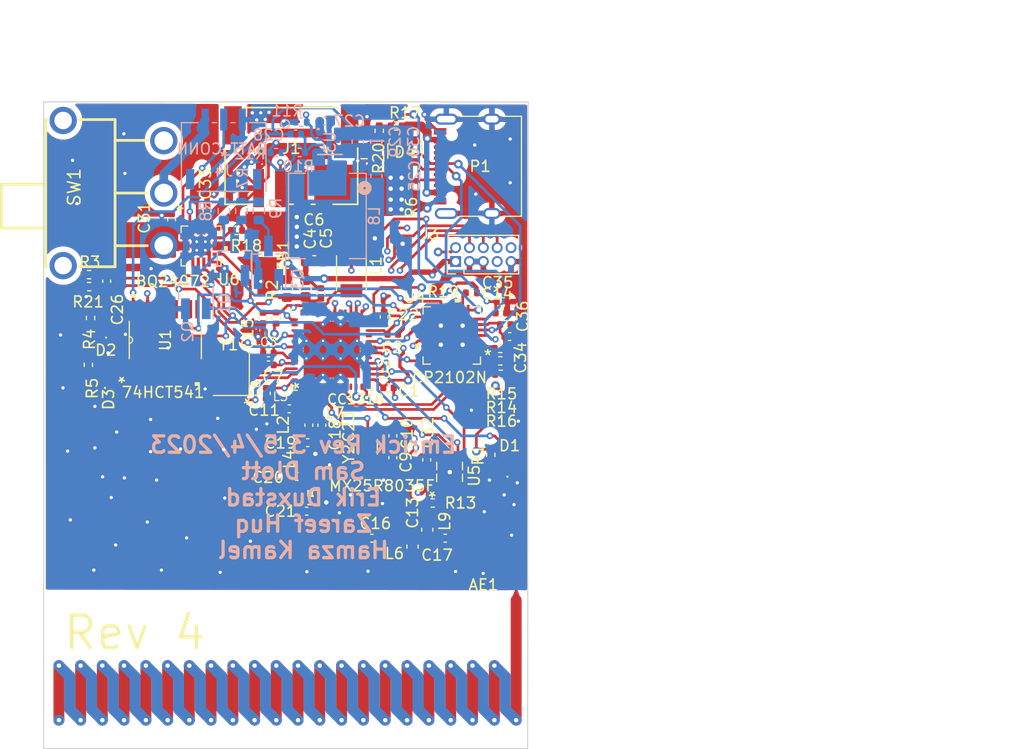
<source format=kicad_pcb>
(kicad_pcb (version 20221018) (generator pcbnew)
  (title_block (title "Emrick") (date "2022-10-13") (rev "4") (company "Erik Duxstad, Zareef Huq") (comment 1 "Layer Stackup: JLC04161H-7628"))
  (layers (0 "F.Cu" signal) (1 "In1.Cu" signal) (2 "In2.Cu" signal) (31 "B.Cu" signal) (34 "B.Paste" user) (35 "F.Paste" user) (36 "B.SilkS" user "B.Silkscreen") (37 "F.SilkS" user "F.Silkscreen") (38 "B.Mask" user) (39 "F.Mask" user) (44 "Edge.Cuts" user))
  (net 0 "")
  (net 1 "Net-(U2-X32K_Q2)")
  (net 2 "GND")
  (net 3 "VDDS")
  (net 4 "Net-(U2-X32K_Q1)")
  (net 5 "Net-(U2-RF_P)")
  (net 6 "WMCU_RESET")
  (net 7 "VBAT")
  (net 8 "Net-(AE1-A)")
  (net 9 "VBUS")
  (net 10 "Net-(C13-Pad1)")
  (net 11 "Net-(U2-RF_N)")
  (net 12 "Net-(C16-Pad1)")
  (net 13 "Net-(C18-Pad2)")
  (net 14 "Net-(U2-DCOUPL)")
  (net 15 "Net-(C20-Pad1)")
  (net 16 "Net-(U2-RX_TX)")
  (net 17 "VDDR")
  (net 18 "PWR_LED")
  (net 19 "HALF_VBAT")
  (net 20 "BAT_CHG")
  (net 21 "Net-(U3-SW)")
  (net 22 "BAT_PGOOD")
  (net 23 "Net-(U3-CBST)")
  (net 24 "WMCU_VDDS")
  (net 25 "LED_DATA_5V")
  (net 26 "WMCU_TMS")
  (net 27 "WMCU_TCK")
  (net 28 "DIO16_TDO")
  (net 29 "Net-(U3-FB)")
  (net 30 "DIO17_TDI")
  (net 31 "BAT_TS")
  (net 32 "DCDC_SW")
  (net 33 "5V")
  (net 34 "USB_DPLUS")
  (net 35 "USB_DMINUS")
  (net 36 "DIO20_Flash_CS")
  (net 37 "Net-(D1-A)")
  (net 38 "LED_DATA_3V")
  (net 39 "Net-(D2-A)")
  (net 40 "Net-(D3-A)")
  (net 42 "Net-(J4-Pin_3)")
  (net 43 "UART_RX")
  (net 44 "UART_TX")
  (net 45 "Net-(P1-CC)")
  (net 46 "DIO8_Flash_MISO")
  (net 47 "DIO9_Flash_MOSI")
  (net 48 "DIO10_Flash_SCLK")
  (net 50 "Net-(Q1-D)")
  (net 51 "Net-(Q2-D)")
  (net 52 "Net-(Q3-D)")
  (net 53 "Net-(U4-DCD)")
  (net 54 "CHG_OUT")
  (net 55 "BOOTLOADER_BACKDOOR")
  (net 56 "Net-(U4-RI{slash}CLK)")
  (net 57 "Net-(U4-DSR)")
  (net 58 "Net-(U4-VBUS)")
  (net 59 "Net-(U6-ILIM)")
  (net 60 "Net-(U4-RSTb)")
  (net 62 "RS485")
  (net 63 "ISET")
  (net 70 "CHREN")
  (net 71 "CHR1")
  (net 72 "CHR0")
  (net 86 "Net-(U2-X24M_N)")
  (net 87 "Net-(U2-X24M_P)")
  (net 93 "BOOST_ENABLE")
  (net 102 "Net-(C16-Pad2)")
  (footprint "Crystal:Crystal_SMD_3225-4Pin_3.2x2.5mm" (layer "F.Cu") (at 96 41.85 90)
    (fp_text reference "Y1")
    (fp_text value "24MHz")
  )
  (footprint "Resistor_SMD:R_0402_1005Metric" (layer "F.Cu") (at 111.1 19.15 180)
    (fp_text reference "R17")
    (fp_text value "22.1k")
  )
  (footprint "Inductor_SMD:L_TDK_NLV32_3.2x2.5mm" (layer "F.Cu") (at 107 32.65 90)
    (fp_text reference "L1")
    (fp_text value "6.8uH")
  )
  (footprint "Inductor_SMD:L_0402_1005Metric" (layer "F.Cu") (at 102.4 52.87 -90)
    (fp_text reference "L5")
    (fp_text value "6.8nH")
  )
  (footprint "Inductor_SMD:L_0402_1005Metric" (layer "F.Cu") (at 101.9 46.565 -90)
    (fp_text reference "L2")
    (fp_text value "7.5nH")
  )
  (footprint "Capacitor_SMD:C_0402_1005Metric" (layer "F.Cu") (at 99.4 39.95 180)
    (fp_text reference "C3")
    (fp_text value "0.1uF")
  )
  (footprint "Capacitor_SMD:C_0603_1608Metric" (layer "F.Cu") (at 113.95 56.15 90)
    (fp_text reference "L9")
    (fp_text value "?")
  )
  (footprint "Capacitor_SMD:C_0402_1005Metric" (layer "F.Cu") (at 99.2 43.65 -90)
    (fp_text reference "C8")
    (fp_text value "0.1uF")
  )
  (footprint "Capacitor_SMD:C_0402_1005Metric" (layer "F.Cu") (at 110.4 43.15)
    (fp_text reference "C1")
    (fp_text value "0.1uF")
  )
  (footprint "Resistor_SMD:R_0402_1005Metric" (layer "F.Cu") (at 100.1 36.75 90)
    (fp_text reference "R2")
    (fp_text value "100k")
  )
  (footprint "Capacitor_SMD:C_0402_1005Metric" (layer "F.Cu") (at 120.8 35.25)
    (fp_text reference "C35")
    (fp_text value "0.1uF")
  )
  (footprint "Capacitor_SMD:C_0402_1005Metric" (layer "F.Cu") (at 93.775188 26.925 90)
    (fp_text reference "C33")
    (fp_text value "1 uF")
  )
  (footprint "Resistor_SMD:R_0402_1005Metric" (layer "F.Cu") (at 120.644 39.537 180)
    (fp_text reference "R15")
    (fp_text value "10k")
  )
  (footprint "Package_TO_SOT_SMD:SOT-143" (layer "F.Cu") (at 111.9 21.45 -90)
    (fp_text reference "D4")
    (fp_text value "SP0503BAHT")
  )
  (footprint "Resistor_SMD:R_0402_1005Metric" (layer "F.Cu") (at 83.1 36.75 90)
    (fp_text reference "R4")
    (fp_text value "1.5k")
  )
  (footprint "Resistor_SMD:R_0402_1005Metric" (layer "F.Cu") (at 82.965 32.775)
    (fp_text reference "R3")
    (fp_text value "309k")
  )
  (footprint "LED_SMD:LED_0402_1005Metric" (layer "F.Cu") (at 121.297 50.2 90)
    (fp_text reference "D1")
    (fp_text value "LED")
  )
  (footprint "Capacitor_SMD:C_0402_1005Metric" (layer "F.Cu") (at 103.1 46.57 -90)
    (fp_text reference "C18")
    (fp_text value "3.6pF")
  )
  (footprint "RF_Antenna:Texas_SWRA416_868MHz_915MHz" (layer "F.Cu") (at 113.1 67.8 180)
    (fp_text reference "AE1")
    (fp_text value "Antenna")
  )
  (footprint "cp2102n:CP2102N-A02-GQFN28" (layer "F.Cu") (at 116.2 38.35 180)
    (fp_text reference "U4")
    (fp_text value "CP2102N")
  )
  (footprint "Resistor_SMD:R_0402_1005Metric" (layer "F.Cu") (at 118 34.45 180)
    (fp_text reference "R19")
    (fp_text value "1k")
  )
  (footprint "74hct541:SN74HCT541PW" (layer "F.Cu") (at 89.9525 38.76425 90)
    (fp_text reference "U1")
    (fp_text value "74HCT541")
  )
  (footprint "bq24072:BQ24072TRGTR" (layer "F.Cu") (at 93.224999 30.149999)
    (fp_text reference "U6")
    (fp_text value "BQ24072")
  )
  (footprint "Capacitor_SMD:C_0402_1005Metric" (layer "F.Cu") (at 104.2 34.5 90)
    (fp_text reference "C5")
    (fp_text value "0.1uF")
  )
  (footprint "Capacitor_SMD:C_0402_1005Metric" (layer "F.Cu") (at 90.525 27.725 90)
    (fp_text reference "C31")
    (fp_text value "4.7uF")
  )
  (footprint "Capacitor_SMD:C_0402_1005Metric" (layer "F.Cu") (at 98.9 36.75 -90)
    (fp_text reference "C15")
    (fp_text value "0.1uF")
  )
  (footprint "Capacitor_SMD:C_0402_1005Metric" (layer "F.Cu") (at 110.8 38.25)
    (fp_text reference "C2")
    (fp_text value "0.1uF")
  )
  (footprint "Capacitor_SMD:C_0402_1005Metric" (layer "F.Cu") (at 101.306 45.07)
    (fp_text reference "C11")
    (fp_text value "3.6pF")
  )
  (footprint "cc1310:CC1310F128RGZR" (layer "F.Cu") (at 105.2 39.65 90)
    (fp_text reference "U2")
    (fp_text value "CC1310")
  )
  (footprint "Capacitor_SMD:C_0402_1005Metric" (layer "F.Cu") (at 99.4 41.05 180)
    (fp_text reference "C7")
    (fp_text value "0.1uF")
  )
  (footprint "Crystal:Crystal_SMD_3215-2Pin_3.2x1.5mm" (layer "F.Cu") (at 108.5 48.55 -90)
    (fp_text reference "Y2")
    (fp_text value "32.768kHz")
  )
  (footprint "Resistor_SMD:R_0402_1005Metric" (layer "F.Cu") (at 120.644 40.68 180)
    (fp_text reference "R14")
    (fp_text value "10k")
  )
  (footprint "Connector_PinHeader_1.27mm:PinHeader_2x05_P1.27mm_Vertical" (layer "F.Cu") (at 116.55 31.575 90)
    (fp_text reference "J3")
    (fp_text value "Conn_02x05_Odd_Even")
  )
  (footprint "xkbconnectivity:SW-TH_SS-12D11G4R" (layer "F.Cu") (at 85.2 25.3 90)
    (fp_text reference "SW1")
    (fp_text value "SW_SPST" hide)
  )
  (footprint "Capacitor_SMD:C_0402_1005Metric" (layer "F.Cu") (at 84.575 33.375 -90)
    (fp_text reference "C26")
    (fp_text value "0.1uF")
  )
  (footprint "s4bjstconn:CONN_S4B-PH-SM4-TBLFSN_JST" (layer "F.Cu") (at 101.5 21.9)
    (fp_text reference "J1")
    (fp_text value "LED_STRIP_CONNECTOR")
  )
  (footprint "Capacitor_SMD:C_0402_1005Metric" (layer "F.Cu") (at 113.9 49.75 -90)
    (fp_text reference "C32")
    (fp_text value "0.1uF")
  )
  (footprint "Resistor_SMD:R_0402_1005Metric" (layer "F.Cu") (at 82.975 33.875 180)
    (fp_text reference "R21")
    (fp_text value "309k")
  )
  (footprint "Capacitor_SMD:C_0402_1005Metric" (layer "F.Cu") (at 102 51.27 180)
    (fp_text reference "C20")
    (fp_text value "6.2pF")
  )
  (footprint "Capacitor_SMD:C_0603_1608Metric" (layer "F.Cu") (at 102.8 34.05 90)
    (fp_text reference "C4")
    (fp_text value "22uF")
  )
  (footprint "Capacitor_SMD:C_0603_1608Metric" (layer "F.Cu") (at 112.6 57.7 -90)
    (fp_text reference "C13")
    (fp_text value "?")
  )
  (footprint "Capacitor_SMD:C_0402_1005Metric" (layer "F.Cu") (at 115.6 56.925)
    (fp_text reference "C17")
    (fp_text value "5.1pF")
  )
  (footprint "Connector_USB:USB_C_Receptacle_XKB_U262-16XN-4BVC11" (layer "F.Cu") (at 118.8 22.85 90)
    (fp_text reference "P1")
    (fp_text value "USB_C_Plug_USB2.0")
  )
  (footprint "Capacitor_SMD:C_0402_1005Metric" (layer "F.Cu") (at 110 36.65 90)
    (fp_text reference "C22")
    (fp_text value "1uF")
  )
  (footprint "Capacitor_SMD:C_0402_1005Metric" (layer "F.Cu") (at 103 48.17)
    (fp_text reference "C19")
    (fp_text value "2.7pF")
  )
  (footprint "Resistor_SMD:R_0402_1005Metric" (layer "F.Cu") (at 119.773 49.289 90)
    (fp_text reference "R1")
    (fp_text value "1.5k")
  )
  (footprint "Capacitor_SMD:C_0402_1005Metric" (layer "F.Cu") (at 102.9 54.45)
    (fp_text reference "C21")
    (fp_text value "3pF")
  )
  (footprint "LED_SMD:LED_0402_1005Metric" (layer "F.Cu") (at 84.424 42.068 90)
    (fp_text reference "D3")
    (fp_text value "LED")
  )
  (footprint "Capacitor_SMD:C_0402_1005Metric" (layer "F.Cu") (at 108.8825 56.925 180)
    (fp_text reference "C16")
    (fp_text value "100pF")
  )
  (footprint "Capacitor_SMD:C_0402_1005Metric" (layer "F.Cu") (at 110.8 49.55 90)
    (fp_text reference "C9")
    (fp_text value "12pF")
  )
  (footprint "Capacitor_SMD:C_0402_1005Metric" (layer "F.Cu") (at 121.5 38.45)
    (fp_text reference "C34")
    (fp_text value "4.7uF")
  )
  (footprint "Resistor_SMD:R_0402_1005Metric" (layer "F.Cu") (at 109.55 19.6 -90)
    (fp_text reference "R20")
    (fp_text value "47.5k")
  )
  (footprint "Capacitor_SMD:C_0402_1005Metric" (layer "F.Cu") (at 120.7 36.3)
    (fp_text reference "C14")
    (fp_text value "4.7uF")
  )
  (footprint "Capacitor_SMD:C_0402_1005Metric" (layer "F.Cu") (at 110.8 47.55 -90)
    (fp_text reference "C10")
    (fp_text value "15pF")
  )
  (footprint "Inductor_SMD:L_0402_1005Metric" (layer "F.Cu") (at 110.8825 56.925)
    (fp_text reference "L6")
    (fp_text value "3.3nH")
  )
  (footprint "Capacitor_SMD:C_0402_1005Metric" (layer "F.Cu") (at 121.1 37.35)
    (fp_text reference "C36")
    (fp_text value "0.1uF")
  )
  (footprint "Capacitor_SMD:C_0402_1005Metric" (layer "F.Cu") (at 104.3 46.57 -90)
    (fp_text reference "C23")
    (fp_text value "100pF")
  )
  (footprint "Resistor_SMD:R_0402_1005Metric" (layer "F.Cu") (at 114.45 53.7)
    (fp_text reference "R13")
    (fp_text value "2.2k")
  )
  (footprint "Resistor_SMD:R_0402_1005Metric" (layer "F.Cu") (at 96.475188 28.725)
    (fp_text reference "R18")
    (fp_text value "1.18k")
  )
  (footprint "Inductor_SMD:L_0402_1005Metric" (layer "F.Cu") (at 102.5 49.67 -90)
    (fp_text reference "L4")
    (fp_text value "6.8nH")
  )
  (footprint "mx25r8:MX25R8035FZUIL0" (layer "F.Cu") (at 116 50.85 90)
    (fp_text reference "U5")
    (fp_text value "MX25R8035F")
  )
  (footprint "Resistor_SMD:R_0402_1005Metric" (layer "F.Cu") (at 112.8 24.7 90)
    (fp_text reference "R6")
    (fp_text value "5.1k")
  )
  (footprint "LED_SMD:LED_0402_1005Metric" (layer "F.Cu") (at 84.527 37.454 90)
    (fp_text reference "D2")
    (fp_text value "LED")
  )
  (footprint "Resistor_SMD:R_0402_1005Metric" (layer "F.Cu") (at 82.9 41.04 90)
    (fp_text reference "R5")
    (fp_text value "1.5k")
  )
  (footprint "Resistor_SMD:R_0402_1005Metric" (layer "F.Cu") (at 120.682 41.914 180)
    (fp_text reference "R16")
    (fp_text value "10k")
  )
  (footprint "Inductor_SMD:L_0402_1005Metric" (layer "F.Cu") (at 102.322 44.07)
    (fp_text reference "L3")
    (fp_text value "27nH")
  )
  (footprint "Resistor_SMD:R_0603_1608Metric" (layer "F.Cu") (at 101.1 34.05 -90)
    (fp_text reference "FB1")
    (fp_text value "BLM18HE152SN1")
  )
  (footprint "Inductor_SMD:L_0402_1005Metric" (layer "F.Cu") (at 103.592 45.07)
    (fp_text reference "L7")
    (fp_text value "7.5nH")
  )
  (footprint "Capacitor_SMD:C_0603_1608Metric" (layer "F.Cu") (at 103.6 31.55 180)
    (fp_text reference "C6")
    (fp_text value "22uF")
  )
  (footprint "Resistor_SMD:R_0402_1005Metric" (layer "B.Cu") (at 102.25019 21.58)
    (fp_text reference "R10")
    (fp_text value "309k")
  )
  (footprint "Inductor_SMD:L_Chilisin_BMRB00060612" (layer "B.Cu") (at 104.8 27.4 90)
    (fp_text reference "L8")
    (fp_text value "1.5uH")
  )
  (footprint "Resistor_SMD:R_0603_1608Metric" (layer "B.Cu") (at 98.5175 26.9425 -90)
    (fp_text reference "R9")
    (fp_text value "8.87k")
  )
  (footprint "Resistor_SMD:R_0402_1005Metric" (layer "B.Cu") (at 102.4 18.8 180)
    (fp_text reference "R11")
    (fp_text value "10k")
  )
  (footprint "hirosedf65:DF65-3P-1.7V21" (layer "B.Cu") (at 95.3 22 180)
    (fp_text reference "J4")
    (fp_text value "BATT_CONN")
  )
  (footprint "Resistor_SMD:R_0402_1005Metric" (layer "B.Cu") (at 100.1 21.6 180)
    (fp_text reference "R12")
    (fp_text value "100k")
  )
  (footprint "Capacitor_SMD:C_0402_1005Metric" (layer "B.Cu") (at 101.9 19.9 180)
    (fp_text reference "C28")
    (fp_text value "10pF")
  )
  (footprint "Capacitor_SMD:C_0603_1608Metric" (layer "B.Cu") (at 109.3 23.735 -90)
    (fp_text reference "C25")
    (fp_text value "10uF")
  )
  (footprint "Package_TO_SOT_SMD:SOT-23_Handsoldering" (layer "B.Cu") (at 92.75 34.4 90)
    (fp_text reference "Q2")
    (fp_text value "Q_NMOS_GSD")
  )
  (footprint "Package_TO_SOT_SMD:SOT-23_Handsoldering" (layer "B.Cu") (at 99.4 31.65 90)
    (fp_text reference "Q3")
    (fp_text value "Q_NMOS_GSD")
  )
  (footprint "Capacitor_SMD:C_0603_1608Metric" (layer "B.Cu") (at 109.28019 20.595 -90)
    (fp_text reference "C30")
    (fp_text value "22uF")
  )
  (footprint "Capacitor_SMD:C_0603_1608Metric" (layer "B.Cu") (at 107.58019 20.595 90)
    (fp_text reference "C29")
    (fp_text value "22uF")
  )
  (footprint "Capacitor_SMD:C_0402_1005Metric" (layer "B.Cu") (at 104.57019 18.72 180)
    (fp_text reference "C27")
    (fp_text value "10nF")
  )
  (footprint "tps61230:VQFN7_2X2_TEX" (layer "B.Cu") (at 105.040001 20.64 -90)
    (fp_text reference "U3")
    (fp_text value "TPS61230ARNSR")
  )
  (footprint "Resistor_SMD:R_0603_1608Metric" (layer "B.Cu") (at 96.9175 26.9425 -90)
    (fp_text reference "R7")
    (fp_text value "1.13k")
  )
  (footprint "Package_TO_SOT_SMD:SOT-23_Handsoldering" (layer "B.Cu") (at 96.3 31.35 90)
    (fp_text reference "Q1")
    (fp_text value "Q_NMOS_GSD")
  )
  (footprint "Resistor_SMD:R_0603_1608Metric" (layer "B.Cu") (at 95.3175 26.9425 -90)
    (fp_text reference "R8")
    (fp_text value "2.21k")
  )
  (gr_line (start 123.2 16.95) (end 123.15 76.2) (stroke (width 0.1)) (layer "Edge.Cuts"))
  (gr_line (start 78.8 16.95) (end 123.2 16.95) (stroke (width 0.1)) (layer "Edge.Cuts"))
  (gr_line (start 78.8 76.2) (end 78.8 16.95) (stroke (width 0.1)) (layer "Edge.Cuts"))
  (gr_line (start 78.8 76.2) (end 123.15 76.2) (stroke (width 0.1)) (layer "Edge.Cuts"))
  (gr_text "Emrick Rev 3 5/4/2023\nSam Dlott\nErik Duxstad\nZareef Huq\nHamza Kamel\n" (at 102.6 53.2) (layer "B.SilkS") (effects (font (size 1.5 1.5) (thickness 0.3)) (justify mirror)))
  (gr_text "*" (at 97.45 44.1 -180) (layer "F.SilkS") (effects (font (size 1 1))))
  (gr_text "*" (at 91.3 26.3 -180) (layer "F.SilkS") (effects (font (size 1 1))))
  (gr_text "*" (at 114.4 52.6 -180) (layer "F.SilkS") (effects (font (size 1 1))))
  (gr_text "Rev 4" (at 80.45 67.35) (layer "F.SilkS") (effects (font (size 3 3) (thickness 0.3)) (justify left bottom)))
  (gr_text "*" (at 85.95 42.1 -180) (layer "F.SilkS") (effects (font (size 1 1))))
  (segment (start 107.55 49.8) (end 105.95 48.2) (width 0.25) (layer "F.Cu") (net 1))
  (segment (start 104.449999 43.449999) (end 104.449999 43.050001) (width 0.25) (layer "F.Cu") (net 1))
  (segment (start 108.5 49.8) (end 110.57 49.8) (width 0.25) (layer "F.Cu") (net 1))
  (segment (start 110.57 49.8) (end 110.8 50.03) (width 0.25) (layer "F.Cu") (net 1))
  (segment (start 105.95 44.95) (end 104.449999 43.449999) (width 0.25) (layer "F.Cu") (net 1))
  (segment (start 105.95 48.2) (end 105.95 44.95) (width 0.25) (layer "F.Cu") (net 1))
  (segment (start 108.5 49.8) (end 107.55 49.8) (width 0.25) (layer "F.Cu") (net 1))
  (segment (start 111.383884 36.55) (end 110.38 36.55) (width 0.25) (layer "F.Cu") (net 2))
  (segment (start 116.025 50.875) (end 116 50.85) (width 0.25) (layer "F.Cu") (net 2))
  (segment (start 98.45 38.45) (end 98.92 38.92) (width 0.25) (layer "F.Cu") (net 2))
  (segment (start 98.500002 24.699998) (end 99.4 23.8) (width 0.25) (layer "F.Cu") (net 2))
  (segment (start 92.974936 27.724748) (end 92.875188 27.625) (width 0.25) (layer "F.Cu") (net 2))
  (segment (start 103.48 48.17) (end 103.48 48.98) (width 0.25) (layer "F.Cu") (net 2))
  (segment (start 98.500002 22.299498) (end 98.500002 24.844701) (width 0.25) (layer "F.Cu") (net 2))
  (segment (start 112.729962 47.808742) (end 111.591258 47.808742) (width 0.25) (layer "F.Cu") (net 2))
  (segment (start 115.13 19.5) (end 114.775305 19.5) (width 0.25) (layer "F.Cu") (net 2))
  (segment (start 114.45 26.2) (end 114.2 26.45) (width 0.3) (layer "F.Cu") (net 2))
  (segment (start 100 31.85) (end 100 34.05) (width 0.3) (layer "F.Cu") (net 2))
  (segment (start 114.2 26.45) (end 113.95 26.7) (width 0.3) (layer "F.Cu") (net 2))
  (segment (start 103.48 48.17) (end 103.48 47.87) (width 0.25) (layer "F.Cu") (net 2))
  (segment (start 109.679419 22.346799) (end 107.58019 22.346799) (width 0.25) (layer "F.Cu") (net 2))
  (segment (start 117.82 31.575) (end 119.09 31.575) (width 0.5) (layer "F.Cu") (net 2))
  (segment (start 98.45 38.45) (end 98.45 37.68) (width 0.25) (layer "F.Cu") (net 2))
  (segment (start 92.974936 32.499936) (end 94.15 33.675) (width 0.25) (layer "F.Cu") (net 2))
  (segment (start 96.985188 28.335) (end 96.375188 27.725) (width 0.25) (layer "F.Cu") (net 2))
  (segment (start 119.09 32.34) (end 120.45 33.7) (width 0.5) (layer "F.Cu") (net 2))
  (segment (start 116.762 52.2978) (end 116.762 51.612) (width 0.25) (layer "F.Cu") (net 2))
  (segment (start 102.8 33.275) (end 103.155 33.275) (width 0.3) (layer "F.Cu") (net 2))
  (segment (start 100.85 31) (end 100 31.85) (width 0.3) (layer "F.Cu") (net 2))
  (segment (start 119.09 31.575) (end 119.09 32.34) (width 0.5) (layer "F.Cu") (net 2))
  (segment (start 117.2 39.2) (end 117.550001 38.849999) (width 0.25) (layer "F.Cu") (net 2))
  (segment (start 102.8 31.575) (end 102.825 31.55) (width 0.3) (layer "F.Cu") (net 2))
  (segment (start 103.48 48.98) (end 103.7 49.2) (width 0.25) (layer "F.Cu") (net 2))
  (segment (start 87.0275 41.58365) (end 87.0275 43.6225) (width 0.3) (layer "F.Cu") (net 2))
  (segment (start 99.25 46.45) (end 100.63 45.07) (width 0.25) (layer "F.Cu") (net 2))
  (segment (start 100.1 20.6995) (end 98.500002 22.299498) (width 0.25) (layer "F.Cu") (net 2))
  (segment (start 96.85 40.75) (end 98.62 40.75) (width 0.3) (layer "F.Cu") (net 2))
  (segment (start 121.63 32.52) (end 121.63 31.575) (width 0.5) (layer "F.Cu") (net 2))
  (segment (start 116.762 51.612) (end 116.025 50.875) (width 0.25) (layer "F.Cu") (net 2))
  (segment (start 114.775305 19.5) (end 113.828446 18.553142) (width 0.25) (layer "F.Cu") (net 2))
  (segment (start 87.677501 35.94485) (end 87.677501 37.772499) (width 0.25) (layer "F.Cu") (net 2))
  (segment (start 110 34.75) (end 109.95 34.7) (width 0.25) (layer "F.Cu") (net 2))
  (segment (start 110 36.17) (end 110 34.75) (width 0.25) (layer "F.Cu") (net 2))
  (segment (start 98.500002 23.199998) (end 99.4 22.3) (width 0.25) (layer "F.Cu") (net 2))
  (segment (start 98.62 40.75) (end 98.92 41.05) (width 0.3) (layer "F.Cu") (net 2))
  (segment (start 102.275 31) (end 100.85 31) (width 0.3) (layer "F.Cu") (net 2))
  (segment (start 111.783411 36.949527) (end 111.383884 36.55) (width 0.25) (layer "F.Cu") (net 2))
  (segment (start 100.63 45.07) (end 100.826 45.07) (width 0.25) (layer "F.Cu") (net 2))
  (segment (start 99.2 46.4) (end 99.2 44.13) (width 0.25) (layer "F.Cu") (net 2))
  (segment (start 99.4 23.8) (end 99.4 22) (width 0.25) (layer "F.Cu") (net 2))
  (segment (start 98.45 37.68) (end 98.9 37.23) (width 0.25) (layer "F.Cu") (net 2))
  (segment (start 110.251218 21.775) (end 109.679419 22.346799) (width 0.25) (layer "F.Cu") (net 2))
  (segment (start 115.38 50.23) (end 116 50.85) (width 0.25) (layer "F.Cu") (net 2))
  (segment (start 110.8 48.03) (end 110.8 49.07) (width 0.25) (layer "F.Cu") (net 2))
  (segment (start 112.65 20.45) (end 111.325 21.775) (width 0.25) (layer "F.Cu") (net 2))
  (segment (start 103.93 54.42) (end 104.7 53.65) (width 0.25) (layer "F.Cu") (net 2))
  (segment (start 92.875188 25.624812) (end 92.975 25.525) (width 0.25) (layer "F.Cu") (net 2))
  (segment (start 92.974936 31.625) (end 92.974936 32.499936) (width 0.25) (layer "F.Cu") (net 2))
  (segment (start 96.85 40.75) (end 98.12 40.75) (width 0.3) (layer "F.Cu") (net 2))
  (segment (start 98.12 40.75) (end 98.92 39.95) (width 0.3) (layer "F.Cu") (net 2))
  (segment (start 111.28 38.25) (end 111.783411 37.746589) (width 0.25) (layer "F.Cu") (net 2))
  (segment (start 98.500002 24.844701) (end 98.500002 23.199998) (width 0.25) (layer "F.Cu") (net 2))
  (segment (start 110.88 43.13) (end 110.95 43.2) (width 0.25) (layer "F.Cu") (net 2))
  (segment (start 98.92 38.92) (end 98.92 39.95) (width 0.25) (layer "F.Cu") (net 2))
  (segment (start 115.13 26.2) (end 114.45 26.2) (width 0.3) (layer "F.Cu") (net 2))
  (segment (start 111.783411 37.746589) (end 111.783411 36.949527) (width 0.25) (layer "F.Cu") (net 2))
  (segment (start 111.591258 47.808742) (end 111.37 48.03) (width 0.25) (layer "F.Cu") (net 2))
  (segment (start 94.8 31.625) (end 95.375 32.2) (width 0.25) (layer "F.Cu") (net 2))
  (segment (start 117.550001 38.849999) (end 118.5241 38.849999) (width 0.25) (layer "F.Cu") (net 2))
  (segment (start 102.825 31.55) (end 102.275 31) (width 0.3) (layer "F.Cu") (net 2))
  (segment (start 98.92 39.95) (end 98.92 41.05) (width 0.25) (layer "F.Cu") (net 2))
  (segment (start 113.828446 18.553142) (end 113.828446 18.222318) (width 0.25) (layer "F.Cu") (net 2))
  (segment (start 111.37 48.03) (end 110.8 48.03) (width 0.25) (layer "F.Cu") (net 2))
  (segment (start 99.4 22) (end 99.7 21.7) (width 0.25) (layer "F.Cu") (net 2))
  (segment (start 97.855299 24.844701) (end 97.1 25.6) (width 0.25) (layer "F.Cu") (net 2))
  (segment (start 99.25 46.45) (end 99.2 46.4) (width 0.25) (layer "F.Cu") (net 2))
  (segment (start 108.43019 18.99019) (end 109.55 20.11) (width 0.25) (layer "F.Cu") (net 2))
  (segment (start 102.8 33.275) (end 102.8 31.575) (width 0.3) (layer "F.Cu") (net 2))
  (segment (start 111.325 21.775) (end 110.251218 21.775) (width 0.25) (layer "F.Cu") (net 2))
  (segment (start 92.974936 28.674998) (end 92.974936 27.724748) (width 0.25) (layer "F.Cu") (net 2))
  (segment (start 98.500002 24.844701) (end 97.855299 24.844701) (width 0.25) (layer "F.Cu") (net 2))
  (segment (start 110.88 43.15) (end 110.88 43.93) (width 0.25) (layer "F.Cu") (net 2))
  (segment (start 96.985188 28.725) (end 96.985188 28.335) (width 0.25) (layer "F.Cu") (net 2))
  (segment (start 103.155 33.275) (end 103.95 34.07) (width 0.3) (layer "F.Cu") (net 2))
  (segment (start 93.025 25.525) (end 93.125 25.425) (width 0.25) (layer "F.Cu") (net 2))
  (segment (start 93.974999 30.646167) (end 93.974999 31.583831) (width 0.3) (layer "F.Cu") (net 2))
  (segment (start 98.500002 24.844701) (end 97.3 26.044703) (width 0.25) (layer "F.Cu") (net 2))
  (segment (start 93.975188 31.625) (end 94.8 31.625) (width 0.25) (layer "F.Cu") (net 2))
  (segment (start 113.9 50.23) (end 115.38 50.23) (width 0.25) (layer "F.Cu") (net 2))
  (segment (start 110.38 36.55) (end 110 36.17) (width 0.25) (layer "F.Cu") (net 2))
  (segment (start 103.48 47.87) (end 104.3 47.05) (width 0.25) (layer "F.Cu") (net 2))
  (segment (start 97.355301 23.7) (end 98.500002 24.844701) (width 0.25) (layer "F.Cu") (net 2))
  (segment (start 120.45 33.7) (end 121.63 32.52) (width 0.5) (layer "F.Cu") (net 2))
  (segment (start 115.13 19.63) (end 115.2 19.7) (width 0.25) (layer "F.Cu") (net 2))
  (segment (start 90.525 27.245) (end 89.7295 27.245) (width 0.5) (layer "F.Cu") (net 2))
  (segment (start 103.38 54.42) (end 103.93 54.42) (width 0.25) (layer "F.Cu") (net 2))
  (segment (start 92.974936 28.674998) (end 93.475062 28.674998) (width 0.25) (layer "F.Cu") (net 2))
  (segment (start 92.875188 27.625) (end 92.875188 25.624812) (width 0.25) (layer "F.Cu") (net 2))
  (segment (start 100.52 51.27) (end 100.45 51.2) (width 0.25) (layer "F.Cu") (net 2))
  (segment (start 92.975 25.525) (end 93.025 25.525) (width 0.25) (layer "F.Cu") (net 2))
  (segment (start 91.749998 31.45019) (end 91.075188 32.125) (width 0.25) (layer "F.Cu") (net 2))
  (segment (start 101.52 51.27) (end 100.52 51.27) (width 0.25) (layer "F.Cu") (net 2))
  (segment (start 97.3 23.7) (end 97.355301 23.7) (width 0.25) (layer "F.Cu") (net 2))
  (segment (start 108.43019 18.3) (end 108.43019 18.99019) (width 0.25) (layer "F.Cu") (net 2))
  (segment (start 91.749998 30.9) (end 91.749998 31.45019) (width 0.25) (layer "F.Cu") (net 2))
  (segment (start 113.828446 18.222318) (end 113.711515 18.105387) (width 0.25) (layer "F.Cu") (net 2))
  (segment (start 98.500002 24.844701) (end 98.500002 24.699998) (width 0.25) (layer "F.Cu") (net 2))
  (via (at 83.5 48.65) (size 0.6) (drill 0.3) (layers "F.Cu" "B.Cu") (net 2))
  (via (at 99.25 46.45) (size 0.7) (drill 0.3) (layers "F.Cu" "B.Cu") (net 2))
  (via (at 100.8 18.7) (size 0.6) (drill 0.3) (layers "F.Cu" "B.Cu") (net 2))
  (via (at 120.45 33.7) (size 0.8) (drill 0.4) (layers "F.Cu" "B.Cu") (net 2))
  (via (at 93.6 43.25) (size 0.6) (drill 0.3) (layers "F.Cu" "B.Cu") (net 2))
  (via (at 84.2 51.3) (size 0.6) (drill 0.3) (layers "F.Cu" "B.Cu") (net 2))
  (via (at 113.711515 18.105387) (size 0.6) (drill 0.3) (layers "F.Cu" "B.Cu") (net 2))
  (via (at 91.9 56.9) (size 0.6) (drill 0.3) (layers "F.Cu" "B.Cu") (net 2))
  (via (at 99.1 18.55) (size 0.6) (drill 0.3) (layers "F.Cu" "B.Cu") (net 2))
  (via (at 108.525 59.95) (size 0.6) (drill 0.3) (layers "F.Cu" "B.Cu") (net 2))
  (via (at 97.2 22.9) (size 0.6) (drill 0.3) (layers "F.Cu" "B.Cu") (net 2))
  (via (at 98.45 38.45) (size 0.7) (drill 0.3) (layers "F.Cu" "B.Cu") (net 2))
  (via (at 97.75 57.2) (size 0.6) (drill 0.3) (layers "F.Cu" "B.Cu") (net 2))
  (via (at 88.3 55.45) (size 0.6) (drill 0.3) (layers "F.Cu" "B.Cu") (net 2))
  (via (at 112.729962 47.808742) (size 0.7) (drill 0.4) (layers "F.Cu" "B.Cu") (net 2))
  (via (at 88.65 32.225) (size 0.6) (drill 0.3) (layers "F.Cu" "B.Cu") (net 2))
  (via (at 113.95 26.7) (size 0.8) (drill 0.4) (layers "F.Cu" "B.Cu") (net 2))
  (via (at 98.325 18.6) (size 0.6) (drill 0.3) (layers "F.Cu" "B.Cu") (net 2))
  (via (at 96.575 24.2) (size 0.6) (drill 0.3) (layers "F.Cu" "B.Cu") (net 2))
  (via (at 121.55 20.35) (size 0.6) (drill 0.3) (layers "F.Cu" "B.Cu") (net 2))
  (via (at 81.25 55.25) (size 0.6) (drill 0.3) (layers "F.Cu" "B.Cu") (net 2))
  (via (at 95.3 48.8) (size 0.6) (drill 0.3) (layers "F.Cu" "B.Cu") (net 2))
  (via (at 122.2 51.85) (size 0.6) (drill 0.3) (layers "F.Cu" "B.Cu") (net 2))
  (via (at 86.2 51.4) (size 0.6) (drill 0.3) (layers "F.Cu" "B.Cu") (net 2))
  (via (at 118 45.2) (size 0.6) (drill 0.3) (layers "F.Cu" "B.Cu") (net 2))
  (via (at 122.3 46.2) (size 0.6) (drill 0.3) (layers "F.Cu" "B.Cu") (net 2))
  (via (at 89.15 51.6) (size 0.6) (drill 0.3) (layers "F.Cu" "B.Cu") (net 2))
  (via (at 94.15 33.675) (size 0.6) (drill 0.3) (layers "F.Cu" "B.Cu") (net 2))
  (via (at 99.45 17.9) (size 0.6) (drill 0.3) (layers "F.Cu" "B.Cu") (net 2))
  (via (at 80.35 38.3) (size 0.6) (drill 0.3) (layers "F.Cu" "B.Cu") (net 2))
  (via (at 97.925 17.95) (size 0.6) (drill 0.3) (layers "F.Cu" "B.Cu") (net 2))
  (via (at 107.58019 22.346799) (size 0.6) (drill 0.3) (layers "F.Cu" "B.Cu") (net 2))
  (via (at 94.75 45.95) (size 0.6) (drill 0.3) (layers "F.Cu" "B.Cu") (net 2))
  (via (at 83.5 44.85) (size 0.6) (drill 0.3) (layers "F.Cu" "B.Cu") (net 2))
  (via (at 115.2 37.45) (size 0.8) (drill 0.4) (layers "F.Cu" "B.Cu") (net 2))
  (via (at 85 53.2) (size 0.6) (drill 0.3) (layers "F.Cu" "B.Cu") (net 2))
  (via (at 98.3 46.95) (size 0.6) (drill 0.3) (layers "F.Cu" "B.Cu") (net 2))
  (via (at 121.675 56.65) (size 0.6) (drill 0.3) (layers "F.Cu" "B.Cu") (net 2))
  (via (at 116.025 50.875) (size 0.8) (drill 0.4) (layers "F.Cu" "B.Cu") (net 2))
  (via (at 121.55 24.35) (size 0.6) (drill 0.3) (layers "F.Cu" "B.Cu") (net 2))
  (via (at 86.3 38.25) (size 0.6) (drill 0.3) (layers "F.Cu" "B.Cu") (net 2))
  (via (at 111.7 29.95) (size 0.8) (drill 0.4) (layers "F.Cu" "B.Cu") (net 2))
  (via (at 85.4 57.55) (size 0.6) (drill 0.3) (layers "F.Cu" "B.Cu") (net 2))
  (via (at 89.6 59.85) (size 0.6) (drill 0.3) (layers "F.Cu" "B.Cu") (net 2))
  (via (at 121 52.95) (size 0.6) (drill 0.3) (layers "F.Cu" "B.Cu") (net 2))
  (via (at 81.85 26.275) (size 0.6) (drill 0.3) (layers "F.Cu" "B.Cu") (net 2))
  (via (at 94.4 25.4) (size 0.6) (drill 0.3) (layers "F.Cu" "B.Cu") (net 2))
  (via (at 116.55 59.975) (size 0.6) (drill 0.3) (layers "F.Cu" "B.Cu") (net 2))
  (via (at 97 24.8) (size 0.6) (drill 0.3) (layers "F.Cu" "B.Cu") (net 2))
  (via (at 80.575 43.15) (size 0.6) (drill 0.3) (layers "F.Cu" "B.Cu") (net 2))
  (via (at 97.85 22.45) (size 0.6) (drill 0.3) (layers "F.Cu" "B.Cu") (net 2))
  (via (at 100.1 20.6995) (size 0.6) (drill 0.3) (layers "F.Cu" "B.Cu") (net 2))
  (via (at 105 50.2) (size 0.6) (drill 0.3) (layers "F.Cu" "B.Cu") (net 2))
  (via (at 81.45 22.3) (size 0.6) (drill 0.3) (layers "F.Cu" "B.Cu") (net 2))
  (via (at 117.2 39.2) (size 0.8) (drill 0.4) (layers "F.Cu" "B.Cu") (net 2))
  (via (at 96.65 23.475) (size 0.6) (drill 0.3) (layers "F.Cu" "B.Cu") (net 2))
  (via (at 103.7 49.2) (size 0.7) (drill 0.4) (layers "F.Cu" "B.Cu") (net 2))
  (via (at 89.625 27.3495) (size 0.6) (drill 0.3) (layers "F.Cu" "B.Cu") (net 2))
  (via (at 117.2 37.45) (size 0.8) (drill 0.4) (layers "F.Cu" "B.Cu") (net 2))
  (via (at 106.9 52.95) (size 0.6) (drill 0.3) (layers "F.Cu" "B.Cu") (net 2))
  (via (at 109.95 51.6) (size 0.6) (drill 0.3) (layers "F.Cu" "B.Cu") (net 2))
  (via (at 108.43019 18.3) (size 0.6) (drill 0.3) (layers "F.Cu" "B.Cu") (net 2))
  (via (at 104.7 53.65) (size 0.7) (drill 0.4) (layers "F.Cu" "B.Cu") (net 2))
  (via (at 109.95 34.7) (size 0.6) (drill 0.3) (layers "F.Cu" "B.Cu") (net 2))
  (via (at 91.35 48.75) (size 0.6) (drill 0.3) (layers "F.Cu" "B.Cu") (net 2))
  (via (at 82.7 34.8) (size 0.6) (drill 0.3) (layers "F.Cu" "B.Cu") (net 2))
  (via (at 119.175 54.5) (size 0.6) (drill 0.3) (layers "F.Cu" "B.Cu") (net 2))
  (via (at 111 44.05) (size 0.6) (drill 0.3) (layers "F.Cu" "B.Cu") (net 2))
  (via (at 81 48.95) (size 0.6) (drill 0.3) (layers "F.Cu" "B.Cu") (net 2))
  (via (at 119.075 60.15) (size 0.6) (drill 0.3) (layers "F.Cu" "B.Cu") (net 2))
  (via (at 83.4 59.85) (size 0.6) (drill 0.3) (layers "F.Cu" "B.Cu") (net 2))
  (via (at 118.3 20.9) (size 0.6) (drill 0.3) (layers "F.Cu" "B.Cu") (net 2))
  (via (at 118.4 25.4) (size 0.6) (drill 0.3) (layers "F.Cu" "B.Cu") (net 2))
  (via (at 102.925 60) (size 0.6) (drill 0.3) (layers "F.Cu" "B.Cu") (net 2))
  (via (at 95.4 53.25) (size 0.6) (drill 0.3) (layers "F.Cu" "B.Cu") (net 2))
  (via (at 98.7 33.4) (size 0.6) (drill 0.3) (layers "F.Cu" "B.Cu") (net 2))
  (via (at 105.9 54.6) (size 0.6) (drill 0.3) (layers "F.Cu" "B.Cu") (net 2))
  (via (at 95.375 32.2) (size 0.6) (drill 0.3) (layers "F.Cu" "B.Cu") (net 2))
  (via (at 86.25 23.5) (size 0.6) (drill 0.3) (layers "F.Cu" "B.Cu") (net 2))
  (via (at 94.975 60.05) (size 0.6) (drill 0.3) (layers "F.Cu" "B.Cu") (net 2))
  (via (at 88.6 49) (size 0.6) (drill 0.3) (layers "F.Cu" "B.Cu") (net 2))
  (via (at 115.2 39.2) (size 0.8) (drill 0.4) (layers "F.Cu" "B.Cu") (net 2))
  (via (at 88.6 46.05) (size 0.6) (drill 0.3) (layers "F.Cu" "B.Cu") (net 2))
  (via (at 98.7 17.95) (size 0.6) (drill 0.3) (layers "F.Cu" "B.Cu") (net 2))
  (via (at 109.85 53.75) (size 0.6) (drill 0.3) (layers "F.Cu" "B.Cu") (net 2))
  (via (at 85.5 47.2) (size 0.6) (drill 0.3) (layers "F.Cu" "B.Cu") (net 2))
  (via (at 90.2 39.5) (size 0.6) (drill 0.3) (layers "F.Cu" "B.Cu") (net 2))
  (via (at 84.7 39.95) (size 0.6) (drill 0.3) (layers "F.Cu" "B.Cu") (net 2))
  (via (at 86.15 19.875) (size 0.6) (drill 0.3) (layers "F.Cu" "B.Cu") (net 2))
  (via (at 119.65 51.6) (size 0.6) (drill 0.3) (layers "F.Cu" "B.Cu") (net 2))
  (via (at 100.45 51.2) (size 0.7) (drill 0.4) (layers "F.Cu" "B.Cu") (net 2))
  (via (at 121.9 53.85) (size 0.6) (drill 0.3) (layers "F.Cu" "B.Cu") (net 2))
  (segment (start 96.45 34.75) (end 96.45 33.95) (width 0.25) (layer "B.Cu") (net 2))
  (segment (start 101.89 18.8) (end 100.9 18.8) (width 0.25) (layer "B.Cu") (net 2))
  (segment (start 99.59 21.2095) (end 100.1 20.6995) (width 0.25) (layer "B.Cu") (net 2))
  (segment (start 107.58019 22.346799) (end 107.58019 21.37) (width 0.25) (layer "B.Cu") (net 2))
  (segment (start 99.59 21.6) (end 99.59 21.2095) (width 0.25) (layer "B.Cu") (net 2))
  (segment (start 96.45 33.95) (end 95.2 32.5) (width 0.25) (layer "B.Cu") (net 2))
  (segment (start 95.2 32.5) (end 95.35 32.85) (width 0.25) (layer "B.Cu") (net 2))
  (segment (start 100.9 18.8) (end 100.8 18.7) (width 0.25) (layer "B.Cu") (net 2))
  (segment (start 119.61685 37.2245) (end 120.4945 37.2245) (width 0.25) (layer "F.Cu") (net 3))
  (segment (start 108.600001 42.4) (end 109.17 42.4) (width 0.25) (layer "F.Cu") (net 3))
  (segment (start 111.7625 39.5125) (end 111.7625 39.967761) (width 0.3) (layer "F.Cu") (net 3))
  (segment (start 101.1 34.875) (end 102.75 34.875) (width 0.5) (layer "F.Cu") (net 3))
  (segment (start 118.1 33.55) (end 118.51 33.96) (width 0.3) (layer "F.Cu") (net 3))
  (segment (start 109.17 42.4) (end 109.92 43.15) (width 0.25) (layer "F.Cu") (net 3))
  (segment (start 109.92 43.142391) (end 110.612391 42.45) (width 0.25) (layer "F.Cu") (net 3))
  (segment (start 111.45 41.2) (end 112.2 41.95) (width 0.3) (layer "F.Cu") (net 3))
  (segment (start 99.270222 35.429778) (end 98.373115 35.429778) (width 0.25) (layer "F.Cu") (net 3))
  (segment (start 119.773 48.779) (end 118.621 48.779) (width 0.25) (layer "F.Cu") (net 3))
  (segment (start 119.773 44.877) (end 120.95 43.7) (width 0.25) (layer "F.Cu") (net 3))
  (segment (start 121.154 39.537) (end 121.154 40.68) (width 0.25) (layer "F.Cu") (net 3))
  (segment (start 92.47481 32.87481) (end 91.52519 32.87481) (width 0.25) (layer "F.Cu") (net 3))
  (segment (start 120.62 37.35) (end 120.62 38.05) (width 0.25) (layer "F.Cu") (net 3))
  (segment (start 111.7625 39.967761) (end 111.45 40.280261) (width 0.3) (layer "F.Cu") (net 3))
  (segment (start 100.1 37.26) (end 99.95 37.41) (width 0.25) (layer "F.Cu") (net 3))
  (segment (start 121.192 43.458) (end 121.192 41.914) (width 0.25) (layer "F.Cu") (net 3))
  (segment (start 99.825 34.875) (end 99.270222 35.429778) (width 0.25) (layer "F.Cu") (net 3))
  (segment (start 100.7 39.95) (end 101.150001 40.400001) (width 0.25) (layer "F.Cu") (net 3))
  (segment (start 86.365 33.785) (end 85.575 34.575) (width 0.25) (layer "F.Cu") (net 3))
  (segment (start 120.2 42.95) (end 120.95 43.7) (width 0.3) (layer "F.Cu") (net 3))
  (segment (start 103.7 35.2) (end 103.449998 35.450002) (width 0.25) (layer "F.Cu") (net 3))
  (segment (start 99.88 39.95) (end 100.7 39.95) (width 0.25) (layer "F.Cu") (net 3))
  (segment (start 119.49135 37.35) (end 119.61685 37.2245) (width 0.25) (layer "F.Cu") (net 3))
  (segment (start 118.45 47.435) (end 119.773 46.112) (width 0.25) (layer "F.Cu") (net 3))
  (segment (start 120.62 38.05) (end 121.02 38.45) (width 0.25) (layer "F.Cu") (net 3))
  (segment (start 103.2 35.2) (end 103.7 35.2) (width 0.3) (layer "F.Cu") (net 3))
  (segment (start 83.1 36.24) (end 82.2 37.14) (width 0.25) (layer "F.Cu") (net 3))
  (segment (start 116 34.25) (end 116.7 33.55) (width 0.3) (layer "F.Cu") (net 3))
  (segment (start 94.841116 35.25) (end 92.47481 32.883694) (width 0.25) (layer "F.Cu") (net 3))
  (segment (start 121.154 40.68) (end 121.154 41.876) (width 0.25) (layer "F.Cu") (net 3))
  (segment (start 118.5241 37.349999) (end 119.49135 37.35) (width 0.25) (layer "F.Cu") (net 3))
  (segment (start 92.47481 32.883694) (end 92.47481 32.87481) (width 0.25) (layer "F.Cu") (net 3))
  (segment (start 121.02 38.45) (end 121.02 39.403) (width 0.25) (layer "F.Cu") (net 3))
  (segment (start 118.621 48.779) (end 118.45 48.95) (width 0.25) (layer "F.Cu") (net 3))
  (segment (start 102.8 34.825) (end 102.825 34.825) (width 0.3) (layer "F.Cu") (net 3))
  (segment (start 121.02 39.403) (end 121.154 39.537) (width 0.25) (layer "F.Cu") (net 3))
  (segment (start 109.970001 37.900001) (end 108.600001 37.900001) (width 0.25) (layer "F.Cu") (net 3))
  (segment (start 121.154 41.876) (end 121.192 41.914) (width 0.25) (layer "F.Cu") (net 3))
  (segment (start 101.1 34.875) (end 99.825 34.875) (width 0.25) (layer "F.Cu") (net 3))
  (segment (start 82.2 39.83) (end 82.9 40.53) (width 0.25) (layer "F.Cu") (net 3))
  (segment (start 95.789104 37.15) (end 94.85 36.210896) (width 0.25) (layer "F.Cu") (net 3))
  (segment (start 91.52519 32.87481) (end 90.615 33.785) (width 0.25) (layer "F.Cu") (net 3))
  (segment (start 99.95 37.41) (end 99.95 38.2) (width 0.25) (layer "F.Cu") (net 3))
  (segment (start 110.612391 42.45) (end 112.2 42.45) (width 0.25) (layer "F.Cu") (net 3))
  (segment (start 103.449998 35.450002) (end 103.449998 36.249999) (width 0.25) (layer "F.Cu") (net 3))
  (segment (start 96.652893 37.15) (end 95.789104 37.15) (width 0.25) (layer "F.Cu") (net 3))
  (segment (start 111.158411 37.208411) (end 110.32 38.046822) (width 0.3) (layer "F.Cu") (net 3))
  (segment (start 110.32 38.25) (end 109.970001 37.900001) (width 0.25) (layer "F.Cu") (net 3))
  (segment (start 85.575 34.575) (end 84.765 34.575) (width 0.25) (layer "F.Cu") (net 3))
  (segment (start 118.51 33.96) (end 118.51 34.45) (width 0.3) (layer "F.Cu") (net 3))
  (segment (start 99.88 39.95) (end 99.88 38.27) (width 0.25) (layer "F.Cu") (net 3))
  (segment (start 110.32 38.046822) (end 110.32 38.25) (width 0.3) (layer "F.Cu") (net 3))
  (segment (start 102.75 34.875) (end 102.8 34.825) (width 0.5) (layer "F.Cu") (net 3))
  (segment (start 102.825 34.825) (end 103.2 35.2) (width 0.3) (layer "F.Cu") (net 3))
  (segment (start 103.786396 35.15) (end 103.9 35.15) (width 0.25) (layer "F.Cu") (net 3))
  (segment (start 116.7 33.55) (end 118.1 33.55) (width 0.3) (layer "F.Cu") (net 3))
  (segment (start 94.85 36.210896) (end 94.85 35.25) (width 0.25) (layer "F.Cu") (net 3))
  (segment (start 92.47481 32.87481) (end 92.47481 31.625) (width 0.25) (layer "F.Cu") (net 3))
  (segment (start 94.85 35.25) (end 94.841116 35.25) (width 0.25) (layer "F.Cu") (net 3))
  (segment (start 98.373115 35.429778) (end 96.652893 37.15) (width 0.25) (layer "F.Cu") (net 3))
  (segment (start 82.2 37.14) (end 82.2 39.83) (width 0.25) (layer "F.Cu") (net 3))
  (segment (start 109.92 43.15) (end 109.92 43.142391) (width 0.25) (layer "F.Cu") (net 3))
  (segment (start 84.765 34.575) (end 83.1 36.24) (width 0.25) (layer "F.Cu") (net 3))
  (segment (start 119.773 46.112) (end 119.773 44.877) (width 0.25) (layer "F.Cu") (net 3))
  (segment (start 120.95 43.7) (end 121.192 43.458) (width 0.25) (layer "F.Cu") (net 3))
  (segment (start 99.88 38.27) (end 99.95 38.2) (width 0.25) (layer "F.Cu") (net 3))
  (segment (start 118.45 48.95) (end 118.45 47.435) (width 0.25) (layer "F.Cu") (net 3))
  (segment (start 111.45 40.280261) (end 111.45 41.2) (width 0.3) (layer "F.Cu") (net 3))
  (segment (start 90.615 33.785) (end 86.365 33.785) (width 0.25) (layer "F.Cu") (net 3))
  (segment (start 120.4945 37.2245) (end 120.62 37.35) (width 0.25) (layer "F.Cu") (net 3))
  (segment (start 112.2 41.95) (end 112.2 42.45) (width 0.3) (layer "F.Cu") (net 3))
  (segment (start 101.150001 40.400001) (end 101.799999 40.400001) (width 0.25) (layer "F.Cu") (net 3))
  (via (at 99.95 38.2) (size 0.8) (drill 0.4) (layers "F.Cu" "B.Cu") (net 3))
  (via (at 111.158411 37.208411) (size 0.6) (drill 0.3) (layers "F.Cu" "B.Cu") (net 3))
  (via (at 111.7625 39.5125) (size 0.6) (drill 0.3) (layers "F.Cu" "B.Cu") (net 3))
  (via (at 99.4 35.3) (size 0.6) (drill 0.3) (layers "F.Cu" "B.Cu") (net 3))
  (via (at 112.2 42.45) (size 0.8) (drill 0.4) (layers "F.Cu" "B.Cu") (net 3))
  (via (at 116 34.25) (size 0.6) (drill 0.3) (layers "F.Cu" "B.Cu") (net 3))
  (via (at 118.45 48.95) (size 0.8) (drill 0.4) (layers "F.Cu" "B.Cu") (net 3))
  (via (at 120.2 42.95) (size 0.8) (drill 0.4) (layers "F.Cu" "B.Cu") (net 3))
  (segment (start 111.158411 37.208411) (end 111.158411 37.17235) (width 0.3) (layer "B.Cu") (net 3))
  (segment (start 113.580761 34.75) (end 113.9 34.75) (width 0.3) (layer "B.Cu") (net 3))
  (segment (start 111.158411 37.17235) (end 113.580761 34.75) (width 0.3) (layer "B.Cu") (net 3))
  (segment (start 113.9 34.75) (end 115.5 34.75) (width 0.3) (layer "B.Cu") (net 3))
  (segment (start 115.5 34.75) (end 116 34.25) (width 0.3) (layer "B.Cu") (net 3))
  (segment (start 108.5 47.3) (end 110.57 47.3) (width 0.25) (layer "F.Cu") (net 4))
  (segment (start 105.200451 45.4245) (end 105.200451 44.950451) (width 0.25) (layer "F.Cu") (net 4))
  (segment (start 103.95 43.7) (end 103.95 43.050001) (width 0.25) (layer "F.Cu") (net 4))
  (segment (start 108.5 46) (end 108.45 45.95) (width 0.25) (layer "F.Cu") (net 4))
  (segment (start 110.57 47.3) (end 110.8 47.07) (width 0.25) (layer "F.Cu") (net 4))
  (segment (start 105.200451 44.950451) (end 103.95 43.7) (width 0.25) (layer "F.Cu") (net 4))
  (segment (start 108.5 47.3) (end 108.5 46) (width 0.25) (layer "F.Cu") (net 4))
  (via (at 108.45 45.95) (size 0.6) (drill 0.3) (layers "F.Cu" "B.Cu") (net 4))
  (via (at 105.200451 45.4245) (size 0.6) (drill 0.3) (layers "F.Cu" "B.Cu") (net 4))
  (segment (start 108.45 45.95) (end 105.725951 45.95) (width 0.25) (layer "B.Cu") (net 4))
  (segment (start 105.725951 45.95) (end 105.200451 45.4245) (width 0.25) (layer "B.Cu") (net 4))
  (segment (start 101.9 45.184) (end 101.786 45.07) (width 0.25) (layer "F.Cu") (net 5))
  (segment (start 101.786 45.07) (end 101.786 44.121) (width 0.25) (layer "F.Cu") (net 5))
  (segment (start 101.837 43.663001) (end 102.45 43.050001) (width 0.25) (layer "F.Cu") (net 5))
  (segment (start 101.9 46.08) (end 101.9 45.184) (width 0.25) (layer "F.Cu") (net 5))
  (segment (start 101.786 44.121) (end 101.837 44.07) (width 0.25) (layer "F.Cu") (net 5))
  (segment (start 101.837 44.07) (end 101.837 43.663001) (width 0.25) (layer "F.Cu") (net 5))
  (segment (start 101.15 35.6) (end 100.5 36.25) (width 0.25) (layer "F.Cu") (net 6))
  (segment (start 102.949999 36.249999) (end 102.95 35.7) (width 0.25) (layer "F.Cu") (net 6))
  (segment (start 101.9 35.6) (end 101.7 35.8) (width 0.25) (layer "F.Cu") (net 6))
  (segment (start 101.5 35.6) (end 101.15 35.6) (width 0.25) (layer "F.Cu") (net 6))
  (segment (start 113.8759 38.849999) (end 113.100001 38.849999) (width 0.25) (layer "F.Cu") (net 6))
  (segment (start 100.07 36.27) (end 100.1 36.24) (width 0.25) (layer "F.Cu") (net 6))
  (segment (start 102.95 35.7) (end 102.875 35.625) (width 0.25) (layer "F.Cu") (net 6))
  (segment (start 110.299367 29.464237) (end 111.263604 28.5) (width 0.25) (layer "F.Cu") (net 6))
  (segment (start 101.7 35.8) (end 101.5 35.6) (width 0.25) (layer "F.Cu") (net 6))
  (segment (start 113.100001 38.849999) (end 112.65 39.3) (width 0.25) (layer "F.Cu") (net 6))
  (segment (start 110.299367 30.633506) (end 110.299367 29.464237) (width 0.25) (layer "F.Cu") (net 6))
  (segment (start 121.63 30.305) (end 121.63 30.27) (width 0.25) (layer "F.Cu") (net 6))
  (segment (start 102.875 35.625) (end 102.265675 35.625) (width 0.25) (layer "F.Cu") (net 6))
  (segment (start 102.265675 35.625) (end 102.240675 35.6) (width 0.25) (layer "F.Cu") (net 6))
  (segment (start 98.9 36.27) (end 100.07 36.27) (width 0.25) (layer "F.Cu") (net 6))
  (segment (start 121.63 30.27) (end 121.7 30.2) (width 0.25) (layer "F.Cu") (net 6))
  (segment (start 102.240675 35.6) (end 101.9 35.6) (width 0.25) (layer "F.Cu") (net 6))
  (segment (start 111.263604 28.5) (end 112.1 28.5) (width 0.25) (layer "F.Cu") (net 6))
  (via (at 112.1 28.5) (size 0.6) (drill 0.3) (layers "F.Cu" "B.Cu") (net 6))
  (via (at 112.65 39.3) (size 0.6) (drill 0.3) (layers "F.Cu" "B.Cu") (net 6))
  (via (at 101.7 35.8) (size 0.6) (drill 0.3) (layers "F.Cu" "B.Cu") (net 6))
  (via (at 110.299367 30.633506) (size 0.6) (drill 0.3) (layers "F.Cu" "B.Cu") (net 6))
  (segment (start 89.81 29.47) (end 89.81 30.1) (width 0.8) (layer "F.Cu") (net 7))
  (segment (start 82.6 31.760553) (end 82.6 32.63) (width 0.25) (layer "F.Cu") (net 7))
  (segment (start 85.366453 28.9941) (end 82.6 31.760553) (width 0.25) (layer "F.Cu") (net 7))
  (segment (start 82.6 32.63) (end 82.455 32.775) (width 0.25) (layer "F.Cu") (net 7))
  (segment (start 86 28.9941) (end 85.366453 28.9941) (width 0.25) (layer "F.Cu") (net 7))
  (segment (start 116.08 56.925) (end 119.525 56.925) (width 0.25) (layer "F.Cu") (net 8))
  (segment (start 122.1 59.5) (end 122.1 61.775) (width 0.25) (layer "F.Cu") (net 8))
  (segment (start 119.525 56.925) (end 122.1 59.5) (width 0.25) (layer "F.Cu") (net 8))
  (segment (start 110.95 20.45) (end 110.95 20.3) (width 0.8) (layer "F.Cu") (net 9))
  (segment (start 95.75 25.826706) (end 94.171706 27.405) (width 0.8) (layer "F.Cu") (net 9))
  (segment (start 114.35 25.25) (end 113.9 25.25) (width 0.5) (layer "F.Cu") (net 9))
  (segment (start 114.055 20.4) (end 115.13 20.4) (width 0.5) (layer "F.Cu") (net 9))
  (segment (start 112.1 19.15) (end 113.4 19.15) (width 0.8) (layer "F.Cu") (net 9))
  (segment (start 115.13 25.1) (end 115.13 25.4) (width 0.25) (layer "F.Cu") (net 9))
  (segment (start 114.35 25.25) (end 115.45 25.25) (width 0.5) (layer "F.Cu") (net 9))
  (segment (start 94.171706 27.405) (end 93.775188 27.405) (width 0.8) (layer "F.Cu") (net 9))
  (segment (start 110.92 20.42) (end 110.95 20.45) (width 0.8) (layer "F.Cu") (net 9))
  (segment (start 105.747299 21.447299) (end 104.1 19.8) (width 0.8) (layer "F.Cu") (net 9))
  (segment (start 110.42 20.98) (end 108.7174 20.98) (width 0.8) (layer "F.Cu") (net 9))
  (segment (start 110.95 20.45) (end 110.42 20.98) (width 0.8) (layer "F.Cu") (net 9))
  (segment (start 93.975188 28.674998) (end 93.975188 27.605) (width 0.25) (layer "F.Cu") (net 9))
  (segment (start 113.955 20.3) (end 114.055 20.4) (width 0.5) (layer "F.Cu") (net 9))
  (segment (start 108.250101 21.447299) (end 105.747299 21.447299) (width 0.8) (layer "F.Cu") (net 9))
  (segment (start 113.955 19.705) (end 113.75 19.5) (width 0.8) (layer "F.Cu") (net 9))
  (segment (start 110.95 20.3) (end 112.1 19.15) (width 0.8) (layer "F.Cu") (net 9))
  (segment (start 114.05 20.45) (end 114.05 20.3) (width 0.5) (layer "F.Cu") (net 9))
  (segment (start 104.1 19.8) (end 99 19.8) (width 0.8) (layer "F.Cu") (net 9))
  (segment (start 99 19.8) (end 95.75 23.05) (width 0.8) (layer "F.Cu") (net 9))
  (segment (start 113.955 19.705) (end 113.955 20.3) (width 0.8) (layer "F.Cu") (net 9))
  (segment (start 93.975188 27.605) (end 93.775188 27.405) (width 0.25) (layer "F.Cu") (net 9))
  (segment (start 108.7174 20.98) (end 108.250101 21.447299) (width 0.8) (layer "F.Cu") (net 9))
  (segment (start 113.4 19.15) (end 113.955 19.705) (width 0.8) (layer "F.Cu") (net 9))
  (segment (start 95.75 23.05) (end 95.75 25.826706) (width 0.8) (layer "F.Cu") (net 9))
  (via (at 113.9 25.25) (size 0.8) (drill 0.4) (layers "F.Cu" "B.Cu") (net 9))
  (via (at 113.955 20.3) (size 0.8) (drill 0.4) (layers "F.Cu" "B.Cu") (net 9))
  (segment (start 113.9 20.355) (end 113.955 20.3) (width 0.5) (layer "B.Cu") (net 9))
  (segment (start 113.9 25.25) (end 113.9 20.355) (width 0.5) (layer "B.Cu") (net 9))
  (segment (start 112.4025 56.9) (end 111.3925 56.9) (width 0.25) (layer "F.Cu") (net 10))
  (segment (start 113.95 56.925) (end 112.6 56.925) (width 0.25) (layer "F.Cu") (net 10))
  (segment (start 115.12 56.925) (end 113.95 56.925) (width 0.25) (layer "F.Cu") (net 10))
  (segment (start 111.3925 56.9) (end 111.3675 56.925) (width 0.25) (layer "F.Cu") (net 10))
  (segment (start 102.949999 43.464999) (end 102.949999 43.050001) (width 0.25) (layer "F.Cu") (net 11))
  (segment (start 103.107 44.37) (end 102.807 44.07) (width 0.25) (layer "F.Cu") (net 11))
  (segment (start 103.1 45.185) (end 103.215 45.07) (width 0.25) (layer "F.Cu") (net 11))
  (segment (start 102.807 43.607998) (end 102.949999 43.464999) (width 0.25) (layer "F.Cu") (net 11))
  (segment (start 102.807 44.07) (end 102.807 43.607998) (width 0.25) (layer "F.Cu") (net 11))
  (segment (start 103.1 46.09) (end 103.1 45.185) (width 0.25) (layer "F.Cu") (net 11))
  (segment (start 103.107 45.07) (end 103.107 44.37) (width 0.25) (layer "F.Cu") (net 11))
  (segment (start 110.3975 56.925) (end 109.3625 56.925) (width 0.25) (layer "F.Cu") (net 12))
  (segment (start 102.5 48.19) (end 102.52 48.17) (width 0.25) (layer "F.Cu") (net 13))
  (segment (start 102.52 48.17) (end 102.52 47.67) (width 0.25) (layer "F.Cu") (net 13))
  (segment (start 102.52 47.67) (end 101.9 47.05) (width 0.25) (layer "F.Cu") (net 13))
  (segment (start 102.52 48.17) (end 102.52 47.63) (width 0.25) (layer "F.Cu") (net 13))
  (segment (start 102.5 49.185) (end 102.5 48.19) (width 0.25) (layer "F.Cu") (net 13))
  (segment (start 102.52 47.63) (end 103.1 47.05) (width 0.25) (layer "F.Cu") (net 13))
  (segment (start 110 37.13) (end 109.52 37.13) (width 0.25) (layer "F.Cu") (net 14))
  (segment (start 109.52 37.13) (end 109.250001 37.399999) (width 0.25) (layer "F.Cu") (net 14))
  (segment (start 109.250001 37.399999) (end 108.600001 37.399999) (width 0.25) (layer "F.Cu") (net 14))
  (segment (start 102.4 51.35) (end 102.48 51.27) (width 0.25) (layer "F.Cu") (net 15))
  (segment (start 102.4 52.385) (end 102.4 51.35) (width 0.25) (layer "F.Cu") (net 15))
  (segment (start 102.48 51.27) (end 102.48 50.175) (width 0.25) (layer "F.Cu") (net 15))
  (segment (start 102.48 50.175) (end 102.5 50.155) (width 0.25) (layer "F.Cu") (net 15))
  (segment (start 104.077 45.07) (end 104.077 45.867) (width 0.25) (layer "F.Cu") (net 16))
  (segment (start 103.449998 43.949998) (end 103.449998 43.050001) (width 0.25) (layer "F.Cu") (net 16))
  (segment (start 104.077 45.07) (end 104.077 44.577) (width 0.25) (layer "F.Cu") (net 16))
  (segment (start 104.077 45.867) (end 104.3 46.09) (width 0.25) (layer "F.Cu") (net 16))
  (segment (start 104.077 44.577) (end 103.449998 43.949998) (width 0.25) (layer "F.Cu") (net 16))
  (segment (start 100.6 41.05) (end 100.75 40.9) (width 0.25) (layer "F.Cu") (net 17))
  (segment (start 106.5 31.55) (end 107 31.05) (width 0.8) (layer "F.Cu") (net 17))
  (segment (start 99.2 43.17) (end 100.98 43.17) (width 0.25) (layer "F.Cu") (net 17))
  (segment (start 100.98 43.17) (end 101.7 42.45) (width 0.25) (layer "F.Cu") (net 17))
  (segment (start 100.75 40.9) (end 101.799999 40.9) (width 0.25) (layer "F.Cu") (net 17))
  (segment (start 107 32.397502) (end 107 31.05) (width 0.3) (layer "F.Cu") (net 17))
  (segment (start 99.88 41.05) (end 100.6 41.05) (width 0.25) (layer "F.Cu") (net 17))
  (segment (start 104.375 31.55) (end 106.5 31.55) (width 0.8) (layer "F.Cu") (net 17))
  (via (at 100.88 43.17) (size 0.6) (drill 0.3) (layers "F.Cu" "B.Cu") (net 17))
  (via (at 107 32.397502) (size 0.6) (drill 0.3) (layers "F.Cu" "B.Cu") (net 17))
  (via (at 100.658411 40.791589) (size 0.6) (drill 0.3) (layers "F.Cu" "B.Cu") (net 17))
  (segment (start 120.120216 47.55) (end 121.942 49.371784) (width 0.25) (layer "F.Cu") (net 18))
  (segment (start 108.4 43.500001) (end 108.4 44.05) (width 0.25) (layer "F.Cu") (net 18))
  (segment (start 119.7 47.55) (end 120.120216 47.55) (width 0.25) (layer "F.Cu") (net 18))
  (segment (start 121.942 49.371784) (end 121.942 50.508) (width 0.25) (layer "F.Cu") (net 18))
  (segment (start 110.2 45.95) (end 115.5 45.95) (width 0.25) (layer "F.Cu") (net 18))
  (segment (start 121.765 50.685) (end 121.297 50.685) (width 0.25) (layer "F.Cu") (net 18))
  (segment (start 121.942 50.508) (end 121.765 50.685) (width 0.25) (layer "F.Cu") (net 18))
  (segment (start 107.95 43.050001) (end 108.4 43.500001) (width 0.25) (layer "F.Cu") (net 18))
  (segment (start 110.1 45.85) (end 110.2 45.95) (width 0.25) (layer "F.Cu") (net 18))
  (via (at 115.5 45.95) (size 0.6) (drill 0.3) (layers "F.Cu" "B.Cu") (net 18))
  (via (at 110.1 45.85) (size 0.6) (drill 0.3) (layers "F.Cu" "B.Cu") (net 18))
  (via (at 108.4 44.05) (size 0.6) (drill 0.3) (layers "F.Cu" "B.Cu") (net 18))
  (via (at 119.7 47.55) (size 0.6) (drill 0.3) (layers "F.Cu" "B.Cu") (net 18))
  (segment (start 115.5 45.95) (end 117.1 47.55) (width 0.25) (layer "B.Cu") (net 18))
  (segment (start 110.1 45.75) (end 110.1 45.85) (width 0.25) (layer "B.Cu") (net 18))
  (segment (start 108.4 44.05) (end 110.1 45.75) (width 0.25) (layer "B.Cu") (net 18))
  (segment (start 117.1 47.55) (end 119.7 47.55) (width 0.25) (layer "B.Cu") (net 18))
  (segment (start 100.835473 39.340371) (end 100.895102 39.4) (width 0.25) (layer "F.Cu") (net 19))
  (segment (start 100.895102 39.4) (end 101.799999 39.4) (width 0.25) (layer "F.Cu") (net 19))
  (segment (start 84.555 33.875) (end 84.575 33.855) (width 0.25) (layer "F.Cu") (net 19))
  (segment (start 94.4 36.397292) (end 97.002708 39) (width 0.25) (layer "F.Cu") (net 19))
  (segment (start 84.575 33.855) (end 84.582609 33.855) (width 0.25) (layer "F.Cu") (net 19))
  (segment (start 91.2 34.1) (end 92.69865 34.1) (width 0.25) (layer "F.Cu") (net 19))
  (segment (start 94.4 35.80135) (end 94.4 36.397292) (width 0.25) (layer "F.Cu") (net 19))
  (segment (start 89.9 33.3) (end 90.1 33.1) (width 0.25) (layer "F.Cu") (net 19))
  (segment (start 83.485 33.875) (end 84.555 33.875) (width 0.25) (layer "F.Cu") (net 19))
  (segment (start 83.475 32.775) (end 83.475 33.865) (width 0.25) (layer "F.Cu") (net 19))
  (segment (start 84.582609 33.855) (end 85.337609 33.1) (width 0.25) (layer "F.Cu") (net 19))
  (segment (start 85.337609 33.1) (end 90.1 33.1) (width 0.25) (layer "F.Cu") (net 19))
  (segment (start 92.69865 34.1) (end 94.4 35.80135) (width 0.25) (layer "F.Cu") (net 19))
  (segment (start 97.002708 39) (end 97.5 39) (width 0.25) (layer "F.Cu") (net 19))
  (segment (start 83.475 33.865) (end 83.485 33.875) (width 0.25) (layer "F.Cu") (net 19))
  (via (at 90.1 33.1) (size 0.6) (drill 0.3) (layers "F.Cu" "B.Cu") (net 19))
  (via (at 91.2 34.1) (size 0.6) (drill 0.3) (layers "F.Cu" "B.Cu") (net 19))
  (via (at 100.835473 39.340371) (size 0.6) (drill 0.3) (layers "F.Cu" "B.Cu") (net 19))
  (via (at 97.5 39) (size 0.6) (drill 0.3) (layers "F.Cu" "B.Cu") (net 19))
  (segment (start 97.875 39.375) (end 100.800844 39.375) (width 0.25) (layer "B.Cu") (net 19))
  (segment (start 97.5 39) (end 97.875 39.375) (width 0.25) (layer "B.Cu") (net 19))
  (segment (start 100.800844 39.375) (end 100.835473 39.340371) (width 0.25) (layer "B.Cu") (net 19))
  (segment (start 90.2 33.1) (end 91.2 34.1) (width 0.25) (layer "B.Cu") (net 19))
  (segment (start 90.1 33.1) (end 90.2 33.1) (width 0.25) (layer "B.Cu") (net 19))
  (segment (start 93 37.7) (end 88.608754 37.7) (width 0.25) (layer "F.Cu") (net 20))
  (segment (start 97.748115 35.170894) (end 97.748115 33.398303) (width 0.25) (layer "F.Cu") (net 20))
  (segment (start 95.249812 30.9) (end 94.7 30.9) (width 0.25) (layer "F.Cu") (net 20))
  (segment (start 101.482177 36.9) (end 101.799999 36.9) (width 0.25) (layer "F.Cu") (net 20))
  (segment (start 88.608754 37.7) (end 87.433754 38.875) (width 0.25) (layer "F.Cu") (net 20))
  (segment (start 85.463 38.875) (end 84.527 37.939) (width 0.25) (layer "F.Cu") (net 20))
  (segment (start 87.433754 38.875) (end 85.463 38.875) (width 0.25) (layer "F.Cu") (net 20))
  (segment (start 101.107677 36.5255) (end 101.482177 36.9) (width 0.25) (layer "F.Cu") (net 20))
  (segment (start 84.527 37.939) (end 84.711 37.939) (width 0.25) (layer "F.Cu") (net 20))
  (segment (start 97.748115 33.398303) (end 95.249812 30.9) (width 0.25) (layer "F.Cu") (net 20))
  (via (at 97.748115 35.170894) (size 0.6) (drill 0.3) (layers "F.Cu" "B.Cu") (net 20))
  (via (at 101.107677 36.5255) (size 0.6) (drill 0.3) (layers "F.Cu" "B.Cu") (net 20))
  (via (at 93 37.7) (size 0.6) (drill 0.3) (layers "F.Cu" "B.Cu") (net 20))
  (segment (start 95.688604 34.625) (end 96.263604 35.2) (width 0.25) (layer "B.Cu") (net 20))
  (segment (start 93 37.2) (end 92.975 37.175) (width 0.25) (layer "B.Cu") (net 20))
  (segment (start 97.719009 35.2) (end 97.748115 35.170894) (width 0.25) (layer "B.Cu") (net 20))
  (segment (start 98.714354 36.137133) (end 97.748115 35.170894) (width 0.25) (layer "B.Cu") (net 20))
  (segment (start 92.975 34.625) (end 95.688604 34.625) (width 0.25) (layer "B.Cu") (net 20))
  (segment (start 92.975 37.175) (end 92.975 34.625) (width 0.25) (layer "B.Cu") (net 20))
  (segment (start 100.71931 36.137133) (end 98.714354 36.137133) (width 0.25) (layer "B.Cu") (net 20))
  (segment (start 101.107677 36.5255) (end 100.71931 36.137133) (width 0.25) (layer "B.Cu") (net 20))
  (segment (start 96.263604 35.2) (end 97.719009 35.2) (width 0.25) (layer "B.Cu") (net 20))
  (segment (start 93 37.7) (end 93 37.2) (width 0.25) (layer "B.Cu") (net 20))
  (segment (start 88.54515 38.4) (end 85.647 41.29815) (width 0.25) (layer "F.Cu") (net 22))
  (segment (start 85.647 41.29815) (end 85.647 42.553) (width 0.25) (layer "F.Cu") (net 22))
  (segment (start 95.5 38.4) (end 88.54515 38.4) (width 0.25) (layer "F.Cu") (net 22))
  (segment (start 101 38.4) (end 100.9 38.3) (width 0.25) (layer "F.Cu") (net 22))
  (segment (start 93.708946 32.350062) (end 95.3 33.941116) (width 0.25) (layer "F.Cu") (net 22))
  (segment (start 96.116518 36.525) (end 95.8005 36.525) (width 0.25) (layer "F.Cu") (net 22))
  (segment (start 93.475062 32.350062) (end 93.708946 32.350062) (width 0.25) (layer "F.Cu") (net 22))
  (segment (start 95.3 33.941116) (end 95.3 36.0245) (width 0.25) (layer "F.Cu") (net 22))
  (segment (start 85.647 42.553) (end 84.424 42.553) (width 0.25) (layer "F.Cu") (net 22))
  (segment (start 95.8005 36.525) (end 95.3 36.0245) (width 0.25) (layer "F.Cu") (net 22))
  (segment (start 101.799999 38.4) (end 101 38.4) (width 0.25) (layer "F.Cu") (net 22))
  (segment (start 93.475062 31.625) (end 93.475062 32.350062) (width 0.25) (layer "F.Cu") (net 22))
  (via (at 95.5 38.4) (size 0.6) (drill 0.3) (layers "F.Cu" "B.Cu") (net 22))
  (via (at 96.116518 36.525) (size 0.6) (drill 0.3) (layers "F.Cu" "B.Cu") (net 22))
  (via (at 100.9 38.3) (size 0.6) (drill 0.3) (layers "F.Cu" "B.Cu") (net 22))
  (segment (start 98.925305 37.6) (end 99.225 37.899695) (width 0.25) (layer "B.Cu") (net 22))
  (segment (start 99.649695 38.925) (end 100.250305 38.925) (width 0.25) (layer "B.Cu") (net 22))
  (segment (start 100.250305 38.925) (end 100.9 38.275305) (width 0.25) (layer "B.Cu") (net 22))
  (segment (start 96.116518 36.525) (end 97.191518 37.6) (width 0.25) (layer "B.Cu") (net 22))
  (segment (start 99.225 37.899695) (end 99.225 38.500305) (width 0.25) (layer "B.Cu") (net 22))
  (segment (start 99.225 38.500305) (end 99.649695 38.925) (width 0.25) (layer "B.Cu") (net 22))
  (segment (start 95.5 37.141518) (end 96.116518 36.525) (width 0.25) (layer "B.Cu") (net 22))
  (segment (start 95.5 38.4) (end 95.5 37.141518) (width 0.25) (layer "B.Cu") (net 22))
  (segment (start 97.191518 37.6) (end 98.925305 37.6) (width 0.25) (layer "B.Cu") (net 22))
  (segment (start 100.9 38.275305) (end 100.9 38.3) (width 0.25) (layer "B.Cu") (net 22))
  (segment (start 104.09019 18.72) (end 104.1 18.72981) (width 0.8) (layer "B.Cu") (net 23))
  (segment (start 104.1 18.72981) (end 104.1 19.662731) (width 0.8) (layer "B.Cu") (net 23))
  (segment (start 104.1 19.662731) (end 104.140001 19.662731) (width 0.8) (layer "B.Cu") (net 23))
  (segment (start 113.9 49.27) (end 113.38 49.27) (width 0.25) (layer "F.Cu") (net 24))
  (segment (start 112.495 32.545) (end 111.892998 33.147002) (width 0.5) (layer "F.Cu") (net 24))
  (segment (start 113.2 50.497609) (end 113.892391 51.19) (width 0.25) (layer "F.Cu") (net 24))
  (segment (start 112.495 32.545) (end 114.143656 32.545) (width 0.5) (layer "F.Cu") (net 24))
  (segment (start 114.143656 32.545) (end 114.424156 32.8255) (width 0.5) (layer "F.Cu") (net 24))
  (segment (start 113.41 52.75) (end 113.95 52.21) (width 0.5) (layer "F.Cu") (net 24))
  (segment (start 101.2 33.125) (end 101.1 33.225) (width 0.5) (layer "F.Cu") (net 24))
  (segment (start 113.94 52.22) (end 113.95 52.21) (width 0.25) (layer "F.Cu") (net 24))
  (segment (start 113.94 53.7) (end 113.94 52.22) (width 0.25) (layer "F.Cu") (net 24))
  (segment (start 113.1 52.75) (end 113.41 52.75) (width 0.5) (layer "F.Cu") (net 24))
  (segment (start 114.424156 32.8255) (end 114.424156 32.625844) (width 0.5) (layer "F.Cu") (net 24))
  (segment (start 116.55 31.575) (end 116.475 31.65) (width 0.5) (layer "F.Cu") (net 24))
  (segment (start 101.2 31.75) (end 101.2 33.125) (width 0.5) (layer "F.Cu") (net 24))
  (segment (start 115.475 31.575) (end 116.55 31.575) (width 0.5) (layer "F.Cu") (net 24))
  (segment (start 113.95 52.21) (end 113.95 51.247609) (width 0.25) (layer "F.Cu") (net 24))
  (segment (start 111.892998 33.147002) (end 104.5 33.147002) (width 0.5) (layer "F.Cu") (net 24))
  (segment (start 113.2 49.45) (end 113.2 50.497609) (width 0.25) (layer "F.Cu") (net 24))
  (segment (start 113.38 49.27) (end 113.2 49.45) (width 0.25) (layer "F.Cu") (net 24))
  (segment (start 113.9 49.27) (end 115.1058 49.27) (width 0.25) (layer "F.Cu") (net 24))
  (segment (start 113.95 51.247609) (end 113.892391 51.19) (width 0.25) (layer "F.Cu") (net 24))
  (segment (start 113.892391 51.19) (end 113.95 51.19) (width 0.25) (layer "F.Cu") (net 24))
  (segment (start 115.1058 49.27) (end 115.238 49.4022) (width 0.25) (layer "F.Cu") (net 24))
  (segment (start 113.892391 49.27) (end 113.9 49.27) (width 0.25) (layer "F.Cu") (net 24))
  (segment (start 114.424156 32.625844) (end 115.475 31.575) (width 0.5) (layer "F.Cu") (net 24))
  (via (at 113.1 52.75) (size 0.6) (drill 0.3) (layers "F.Cu" "B.Cu") (net 24))
  (via (at 101.2 31.75) (size 0.8) (drill 0.4) (layers "F.Cu" "B.Cu") (net 24))
  (via (at 114.424156 32.8255) (size 0.6) (drill 0.3) (layers "F.Cu" "B.Cu") (net 24))
  (via (at 104.5 33.147002) (size 0.8) (drill 0.4) (layers "F.Cu" "B.Cu") (net 24))
  (segment (start 104.5 33.147002) (end 102.597002 33.147002) (width 0.5) (layer "B.Cu") (net 24))
  (segment (start 102.597002 33.147002) (end 101.2 31.75) (width 0.5) (layer "B.Cu") (net 24))
  (segment (start 100.5 22.5) (end 100.500001 24.844701) (width 0.25) (layer "F.Cu") (net 25))
  (segment (start 88.327502 35.94485) (end 88.327502 34.527502) (width 0.25) (layer "F.Cu") (net 25))
  (segment (start 100.500001 24.844701) (end 102.500002 24.844701) (width 0.25) (layer "F.Cu") (net 25))
  (segment (start 88.327502 34.527502) (end 88.3 34.5) (width 0.25) (layer "F.Cu") (net 25))
  (via (at 100.5 22.5) (size 0.6) (drill 0.3) (layers "F.Cu" "B.Cu") (net 25))
  (via (at 88.3 34.5) (size 0.6) (drill 0.3) (layers "F.Cu" "B.Cu") (net 25))
  (segment (start 116.155 30.7) (end 116.55 30.305) (width 0.25) (layer "F.Cu") (net 26))
  (segment (start 108.600001 36.9) (end 109.050001 36.45) (width 0.25) (layer "F.Cu") (net 26))
  (segment (start 113.45 33.95) (end 113.437701 33.962299) (width 0.25) (layer "F.Cu") (net 26))
  (segment (start 113.425402 33.95) (end 113.437701 33.962299) (width 0.25) (layer "F.Cu") (net 26))
  (segment (start 109.7 33.95) (end 113.425402 33.95) (width 0.25) (layer "F.Cu") (net 26))
  (segment (start 109.050001 34.599999) (end 109.7 33.95) (width 0.25) (layer "F.Cu") (net 26))
  (segment (start 114.95 30.7) (end 116.155 30.7) (width 0.25) (layer "F.Cu") (net 26))
  (segment (start 109.050001 36.45) (end 109.050001 34.599999) (width 0.25) (layer "F.Cu") (net 26))
  (via (at 114.95 30.7) (size 0.8) (drill 0.4) (layers "F.Cu" "B.Cu") (net 26))
  (via (at 113.437701 33.962299) (size 0.8) (drill 0.4) (layers "F.Cu" "B.Cu") (net 26))
  (segment (start 108.325501 35.7) (end 108.325501 35.874498) (width 0.25) (layer "F.Cu") (net 27))
  (segment (start 117.82 29.32) (end 117.82 30.305) (width 0.25) (layer "F.Cu") (net 27))
  (segment (start 108.325501 35.874498) (end 107.95 36.249999) (width 0.25) (layer "F.Cu") (net 27))
  (segment (start 117.7 29.2) (end 117.82 29.32) (width 0.25) (layer "F.Cu") (net 27))
  (segment (start 111.45 32.297502) (end 114.547502 29.2) (width 0.25) (layer "F.Cu") (net 27))
  (segment (start 111.45 32.397502) (end 111.45 32.297502) (width 0.25) (layer "F.Cu") (net 27))
  (segment (start 114.547502 29.2) (end 117.7 29.2) (width 0.25) (layer "F.Cu") (net 27))
  (via (at 108.325501 35.7) (size 0.6) (drill 0.3) (layers "F.Cu" "B.Cu") (net 27))
  (via (at 111.45 32.397502) (size 0.6) (drill 0.3) (layers "F.Cu" "B.Cu") (net 27))
  (segment (start 113.979856 28.75) (end 118.5 28.75) (width 0.25) (layer "F.Cu") (net 28))
  (segment (start 110.650497 32.397502) (end 110.650497 32.079359) (width 0.25) (layer "F.Cu") (net 28))
  (segment (start 118.5 28.75) (end 119.09 29.34) (width 0.25) (layer "F.Cu") (net 28))
  (segment (start 107.583099 35.403277) (end 107.450001 35.536375) (width 0.25) (layer "F.Cu") (net 28))
  (segment (start 107.450001 35.536375) (end 107.450001 36.249999) (width 0.25) (layer "F.Cu") (net 28))
  (segment (start 119.09 29.34) (end 119.09 30.305) (width 0.25) (layer "F.Cu") (net 28))
  (segment (start 110.650497 32.079359) (end 113.979856 28.75) (width 0.25) (layer "F.Cu") (net 28))
  (via (at 110.650497 32.397502) (size 0.6) (drill 0.3) (layers "F.Cu" "B.Cu") (net 28))
  (via (at 107.583099 35.403277) (size 0.6) (drill 0.3) (layers "F.Cu" "B.Cu") (net 28))
  (segment (start 102.11019 20.93) (end 102.76019 21.58) (width 0.25) (layer "B.Cu") (net 29))
  (segment (start 100.61 21.6) (end 100.749652 21.6) (width 0.25) (layer "B.Cu") (net 29))
  (segment (start 101.419652 20.93) (end 102.11019 20.93) (width 0.25) (layer "B.Cu") (net 29))
  (segment (start 102.76019 20.28019) (end 102.38 19.9) (width 0.25) (layer "B.Cu") (net 29))
  (segment (start 104.140001 20.887857) (end 103.452333 20.887857) (width 0.25) (layer "B.Cu") (net 29))
  (segment (start 103.452333 20.887857) (end 102.76019 21.58) (width 0.25) (layer "B.Cu") (net 29))
  (segment (start 100.749652 21.6) (end 101.419652 20.93) (width 0.25) (layer "B.Cu") (net 29))
  (segment (start 102.76019 21.58) (end 102.76019 20.28019) (width 0.25) (layer "B.Cu") (net 29))
  (segment (start 111.175 29.225) (end 112.675 29.225) (width 0.25) (layer "F.Cu") (net 30))
  (segment (start 110.95 29.45) (end 111.175 29.225) (width 0.25) (layer "F.Cu") (net 30))
  (segment (start 119.3 28.3) (end 120.36 29.36) (width 0.25) (layer "F.Cu") (net 30))
  (segment (start 110.423339 31.423339) (end 110.670121 31.423339) (width 0.25) (layer "F.Cu") (net 30))
  (segment (start 110.95 31.14346) (end 110.95 29.45) (width 0.25) (layer "F.Cu") (net 30))
  (segment (start 106.949999 35.597766) (end 106.949999 36.249999) (width 0.25) (layer "F.Cu") (net 30))
  (segment (start 120.36 29.36) (end 120.36 30.305) (width 0.25) (layer "F.Cu") (net 30))
  (segment (start 106.784108 35.431875) (end 106.949999 35.597766) (width 0.25) (layer "F.Cu") (net 30))
  (segment (start 110.670121 31.423339) (end 110.95 31.14346) (width 0.25) (layer "F.Cu") (net 30))
  (segment (start 112.675 29.225) (end 113.6 28.3) (width 0.25) (layer "F.Cu") (net 30))
  (segment (start 113.6 28.3) (end 119.3 28.3) (width 0.25) (layer "F.Cu") (net 30))
  (via (at 110.423339 31.423339) (size 0.6) (drill 0.3) (layers "F.Cu" "B.Cu") (net 30))
  (via (at 106.784108 35.431875) (size 0.6) (drill 0.3) (layers "F.Cu" "B.Cu") (net 30))
  (segment (start 93.325 23.025) (end 91.575 24.775) (width 0.25) (layer "F.Cu") (net 31))
  (segment (start 91.575 24.775) (end 91.575 29.225) (width 0.25) (layer "F.Cu") (net 31))
  (segment (start 91.575 29.225) (end 91.749998 29.399998) (width 0.25) (layer "F.Cu") (net 31))
  (via (at 93.325 23.025) (size 0.6) (drill 0.3) (layers "F.Cu" "B.Cu") (net 31))
  (segment (start 95.3 21.05) (end 93.325 23.025) (width 0.25) (layer "B.Cu") (net 31))
  (segment (start 95.3 18.562) (end 95.3 21.05) (width 0.25) (layer "B.Cu") (net 31))
  (segment (start 105.697609 34.25) (end 107 34.25) (width 0.25) (layer "F.Cu") (net 32))
  (segment (start 104.05 35.6) (end 104.575 35.6) (width 0.25) (layer "F.Cu") (net 32))
  (segment (start 103.95 35.7) (end 104.05 35.6) (width 0.25) (layer "F.Cu") (net 32))
  (segment (start 104.875 35.3) (end 104.875 35.072609) (width 0.25) (layer "F.Cu") (net 32))
  (segment (start 104.575 35.6) (end 104.875 35.3) (width 0.25) (layer "F.Cu") (net 32))
  (segment (start 104.875 35.072609) (end 105.697609 34.25) (width 0.25) (layer "F.Cu") (net 32))
  (segment (start 103.95 36.249999) (end 103.95 35.7) (width 0.25) (layer "F.Cu") (net 32))
  (segment (start 87 34.4095) (end 87 35.917348) (width 0.25) (layer "F.Cu") (net 33))
  (segment (start 87 35.917348) (end 87.027502 35.94485) (width 0.25) (layer "F.Cu") (net 33))
  (via (at 111.6 26.8) (size 0.8) (drill 0.4) (layers "F.Cu" "B.Cu") (net 33))
  (via (at 111.6 23.9) (size 0.8) (drill 0.4) (layers "F.Cu" "B.Cu") (net 33))
  (via (at 111.6 24.9) (size 0.8) (drill 0.4) (layers "F.Cu" "B.Cu") (net 33))
  (via (at 110.6 26.8) (size 0.8) (drill 0.4) (layers "F.Cu" "B.Cu") (net 33))
  (via (at 110.6 25.9) (size 0.8) (drill 0.4) (layers "F.Cu" "B.Cu") (net 33))
  (via (at 110.6 24.9) (size 0.8) (drill 0.4) (layers "F.Cu" "B.Cu") (net 33))
  (via (at 87 34.4095) (size 0.6) (drill 0.3) (layers "F.Cu" "B.Cu") (net 33))
  (via (at 111.6 25.9) (size 0.8) (drill 0.4) (layers "F.Cu" "B.Cu") (net 33))
  (via (at 110.6 23.9) (size 0.8) (drill 0.4) (layers "F.Cu" "B.Cu") (net 33))
  (segment (start 92.9825 25.6675) (end 92.030414 25.6675) (width 0.25) (layer "B.Cu") (net 33))
  (segment (start 101.74019 21.58) (end 101.74019 22.143694) (width 0.25) (layer "B.Cu") (net 33))
  (segment (start 99.8 18.6) (end 99.8 19.4) (width 0.25) (layer "B.Cu") (net 33))
  (segment (start 100.9 17.5) (end 99.8 18.6) (width 0.25) (layer "B.Cu") (net 33))
  (segment (start 98.75 19.9) (end 92.9825 25.6675) (width 0.25) (layer "B.Cu") (net 33))
  (segment (start 90.697914 27) (end 88.25 27) (width 0.25) (layer "B.Cu") (net 33))
  (segment (start 92.030414 25.6675) (end 90.697914 27) (width 0.25) (layer "B.Cu") (net 33))
  (segment (start 100 19.9) (end 98.75 19.9) (width 0.25) (layer "B.Cu") (net 33))
  (segment (start 100.219462 23.2) (end 98.6 21.580538) (width 0.25) (layer "B.Cu") (net 33))
  (segment (start 105.26019 17.5) (end 100.9 17.5) (width 0.25) (layer "B.Cu") (net 33))
  (segment (start 87 28.25) (end 87 34.4095) (width 0.25) (layer "B.Cu") (net 33))
  (segment (start 107.58019 19.82) (end 105.26019 17.5) (width 0.25) (layer "B.Cu") (net 33))
  (segment (start 101.74019 22.143694) (end 100.683884 23.2) (width 0.25) (layer "B.Cu") (net 33))
  (segment (start 88.25 27) (end 87 28.25) (width 0.25) (layer "B.Cu") (net 33))
  (segment (start 100.683884 23.2) (end 100.219462 23.2) (width 0.25) (layer "B.Cu") (net 33))
  (segment (start 98.6 20.8) (end 99.5 19.9) (width 0.25) (layer "B.Cu") (net 33))
  (segment (start 98.6 21.580538) (end 98.6 20.8) (width 0.25) (layer "B.Cu") (net 33))
  (segment (start 99.8 19.4) (end 100.3 19.9) (width 0.25) (layer "B.Cu") (net 33))
  (segment (start 100.3 19.9) (end 100 19.9) (width 0.25) (layer "B.Cu") (net 33))
  (segment (start 99.5 19.9) (end 100 19.9) (width 0.25) (layer "B.Cu") (net 33))
  (segment (start 100.3 19.9) (end 101.42 19.9) (width 0.25) (layer "B.Cu") (net 33))
  (segment (start 119.49235 38.35) (end 119.84235 38.7) (width 0.25) (layer "F.Cu") (net 34))
  (segment (start 116.6 23.75) (end 115.95 23.1) (width 0.25) (layer "F.Cu") (net 34))
  (segment (start 119.84235 38.7) (end 120.2 38.7) (width 0.25) (layer "F.Cu") (net 34))
  (segment (start 113.525 23.125) (end 115.375 23.125) (width 0.25) (layer "F.Cu") (net 34))
  (segment (start 112.85 22.45) (end 113.525 23.125) (width 0.25) (layer "F.Cu") (net 34))
  (segment (start 115.95 23.1) (end 115.13 23.1) (width 0.25) (layer "F.Cu") (net 34))
  (segment (start 118.5241 38.35) (end 119.49235 38.35) (width 0.25) (layer "F.Cu") (net 34))
  (via (at 116.6 23.75) (size 0.8) (drill 0.4) (layers "F.Cu" "B.Cu") (net 34))
  (via (at 120.2 38.7) (size 0.6) (drill 0.3) (layers "F.Cu" "B.Cu") (net 34))
  (segment (start 119.250734 36.999266) (end 120.9 35.35) (width 0.25) (layer "B.Cu") (net 34))
  (segment (start 120.225305 32.45) (end 115.674695 32.45) (width 0.25) (layer "B.Cu") (net 34))
  (segment (start 120.9 35.35) (end 120.9 34.275305) (width 0.25) (layer "B.Cu") (net 34))
  (segment (start 120.2 38.7) (end 119.84235 38.7) (width 0.25) (layer "B.Cu") (net 34))
  (segment (start 121.2 33.424695) (end 120.225305 32.45) (width 0.25) (layer "B.Cu") (net 34))
  (segment (start 117.07 27.58) (end 117.07 24.22) (width 0.25) (layer "B.Cu") (net 34))
  (segment (start 119.84235 38.7) (end 119.250734 38.108384) (width 0.25) (layer "B.Cu") (net 34))
  (segment (start 117.07 24.22) (end 116.6 23.75) (width 0.25) (layer "B.Cu") (net 34))
  (segment (start 120.9 34.275305) (end 121.2 33.975305) (width 0.25) (layer "B.Cu") (net 34))
  (segment (start 115.674695 28.975305) (end 117.07 27.58) (width 0.25) (layer "B.Cu") (net 34))
  (segment (start 115.674695 32.45) (end 115.674695 28.975305) (width 0.25) (layer "B.Cu") (net 34))
  (segment (start 119.250734 38.108384) (end 119.250734 36.999266) (width 0.25) (layer "B.Cu") (net 34))
  (segment (start 121.2 33.975305) (end 121.2 33.424695) (width 0.25) (layer "B.Cu") (net 34))
  (segment (start 119.875233 37.850001) (end 118.5241 37.850001) (width 0.25) (layer "F.Cu") (net 35))
  (segment (start 114.255 22.6) (end 115.13 22.6) (width 0.25) (layer "F.Cu") (net 35))
  (segment (start 116.75 22.6) (end 115.13 22.6) (width 0.25) (layer "F.Cu") (net 35))
  (segment (start 112.225 21.775) (end 113.43 21.775) (width 0.25) (layer "F.Cu") (net 35))
  (segment (start 119.875734 37.8495) (end 119.875233 37.850001) (width 0.25) (layer "F.Cu") (net 35))
  (segment (start 110.95 22.45) (end 111.55 22.45) (width 0.25) (layer "F.Cu") (net 35))
  (segment (start 116.8 22.65) (end 116.75 22.6) (width 0.25) (layer "F.Cu") (net 35))
  (segment (start 111.55 22.45) (end 112.225 21.775) (width 0.25) (layer "F.Cu") (net 35))
  (segment (start 113.43 21.775) (end 114.255 22.6) (width 0.25) (layer "F.Cu") (net 35))
  (via (at 119.875734 37.8495) (size 0.6) (drill 0.3) (layers "F.Cu" "B.Cu") (net 35))
  (via (at 116.8 22.65) (size 0.8) (drill 0.4) (layers "F.Cu" "B.Cu") (net 35))
  (segment (start 122.455 28.283274) (end 116.821726 22.65) (width 0.25) (layer "B.Cu") (net 35))
  (segment (start 119.875734 37.8495) (end 120.255095 37.8495) (width 0.25) (layer "B.Cu") (net 35))
  (segment (start 116.821726 22.65) (end 116.8 22.65) (width 0.25) (layer "B.Cu") (net 35))
  (segment (start 120.255095 37.8495) (end 122.455 35.649595) (width 0.25) (layer "B.Cu") (net 35))
  (segment (start 122.455 35.649595) (end 122.455 28.283274) (width 0.25) (layer "B.Cu") (net 35))
  (segment (start 114.96 52.5758) (end 115.238 52.2978) (width 0.25) (layer "F.Cu") (net 36))
  (segment (start 112.912254 48.638453) (end 112.4 49.150707) (width 0.25) (layer "F.Cu") (net 36))
  (segment (start 105.5 36.199999) (end 105.45 36.249999) (width 0.25) (layer "F.Cu") (net 36))
  (segment (start 113.614462 54.345) (end 114.315 54.345) (width 0.25) (layer "F.Cu") (net 36))
  (segment (start 112.4 49.150707) (end 112.4 53.130538) (width 0.25) (layer "F.Cu") (net 36))
  (segment (start 114.96 53.7) (end 114.96 52.5758) (width 0.25) (layer "F.Cu") (net 36))
  (segment (start 105.5 35.4) (end 105.5 36.199999) (width 0.25) (layer "F.Cu") (net 36))
  (segment (start 114.315 54.345) (end 114.96 53.7) (width 0.25) (layer "F.Cu") (net 36))
  (segment (start 112.4 53.130538) (end 113.614462 54.345) (width 0.25) (layer "F.Cu") (net 36))
  (via (at 112.912254 48.638453) (size 0.6) (drill 0.3) (layers "F.Cu" "B.Cu") (net 36))
  (via (at 105.5 35.4) (size 0.6) (drill 0.3) (layers "F.Cu" "B.Cu") (net 36))
  (segment (start 119.773 49.799) (end 121.213 49.799) (width 0.25) (layer "F.Cu") (net 37))
  (segment (start 121.213 49.799) (end 121.297 49.715) (width 0.25) (layer "F.Cu") (net 37))
  (segment (start 89.255651 44.25) (end 87.677501 42.67185) (width 0.25) (layer "F.Cu") (net 38))
  (segment (start 106.859188 43.95) (end 107.45 43.95) (width 0.25) (layer "F.Cu") (net 38))
  (segment (start 106.45 43.050001) (end 106.45 43.540812) (width 0.25) (layer "F.Cu") (net 38))
  (segment (start 98.2 44.25) (end 89.255651 44.25) (width 0.25) (layer "F.Cu") (net 38))
  (segment (start 87.677501 42.67185) (end 87.677501 41.58365) (width 0.25) (layer "F.Cu") (net 38))
  (segment (start 106.45 43.540812) (end 106.859188 43.95) (width 0.25) (layer "F.Cu") (net 38))
  (via (at 98.2 44.25) (size 0.6) (drill 0.3) (layers "F.Cu" "B.Cu") (net 38))
  (via (at 107.45 43.95) (size 0.8) (drill 0.4) (layers "F.Cu" "B.Cu") (net 38))
  (segment (start 106.8 41.2) (end 102.6 41.2) (width 0.25) (layer "B.Cu") (net 38))
  (segment (start 102.063174 41.736826) (end 99.763174 41.736826) (width 0.25) (layer "B.Cu") (net 38))
  (segment (start 107.4 43.9) (end 107.45 43.95) (width 0.25) (layer "B.Cu") (net 38))
  (segment (start 107.4 41.8) (end 107.4 43.9) (width 0.25) (layer "B.Cu") (net 38))
  (segment (start 106.8 41.2) (end 107.4 41.8) (width 0.25) (layer "B.Cu") (net 38))
  (segment (start 102.6 41.2) (end 102.063174 41.736826) (width 0.25) (layer "B.Cu") (net 38))
  (segment (start 99.763174 41.736826) (end 98.2 43.3) (width 0.25) (layer "B.Cu") (net 38))
  (segment (start 98.2 43.3) (end 98.2 44.25) (width 0.25) (layer "B.Cu") (net 38))
  (segment (start 83.1 37.26) (end 84.236 37.26) (width 0.25) (layer "F.Cu") (net 39))
  (segment (start 84.236 37.26) (end 84.527 36.969) (width 0.25) (layer "F.Cu") (net 39))
  (segment (start 84.391 41.55) (end 84.424 41.583) (width 0.25) (layer "F.Cu") (net 40))
  (segment (start 82.9 41.55) (end 84.391 41.55) (width 0.25) (layer "F.Cu") (net 40))
  (segment (start 89.81 23.532234) (end 93.600001 19.742233) (width 0.8) (layer "B.Cu") (net 42))
  (segment (start 93.2 19.35) (end 93.600001 18.562) (width 0.8) (layer "B.Cu") (net 42))
  (segment (start 89.81 25.3) (end 89.81 23.532234) (width 0.8) (layer "B.Cu") (net 42))
  (segment (start 93.600001 19.742233) (end 93.2 19.35) (width 0.8) (layer "B.Cu") (net 42))
  (segment (start 105.45 43.813604) (end 106.763604 45.127208) (width 0.25) (layer "F.Cu") (net 43))
  (segment (start 116.7 42.974598) (end 116.699999 40.6741) (width 0.25) (layer "F.Cu") (net 43))
  (segment (start 105.45 43.050001) (end 105.45 43.813604) (width 0.25) (layer "F.Cu") (net 43))
  (segment (start 114.54739 45.127208) (end 116.7 42.974598) (width 0.25) (layer "F.Cu") (net 43))
  (segment (start 106.763604 45.127208) (end 114.54739 45.127208) (width 0.25) (layer "F.Cu") (net 43))
  (segment (start 116.2 42.838202) (end 116.2 40.6741) (width 0.25) (layer "F.Cu") (net 44))
  (segment (start 105.949998 43.050001) (end 105.949998 43.677206) (width 0.25) (layer "F.Cu") (net 44))
  (segment (start 106.95 44.677208) (end 114.360994 44.677208) (width 0.25) (layer "F.Cu") (net 44))
  (segment (start 114.360994 44.677208) (end 116.2 42.838202) (width 0.25) (layer "F.Cu") (net 44))
  (segment (start 105.949998 43.677206) (end 106.95 44.677208) (width 0.25) (layer "F.Cu") (net 44))
  (segment (start 113.06 24.1) (end 115.13 24.1) (width 0.25) (layer "F.Cu") (net 45))
  (segment (start 112.91 24.25) (end 113.06 24.1) (width 0.25) (layer "F.Cu") (net 45))
  (segment (start 115.746 52.896) (end 115.746 52.2978) (width 0.25) (layer "F.Cu") (net 46))
  (segment (start 115.7 44.95) (end 117.325 46.575) (width 0.25) (layer "F.Cu") (net 46))
  (segment (start 108.600001 41.900001) (end 110.449999 41.900001) (width 0.25) (layer "F.Cu") (net 46))
  (segment (start 110.449999 41.900001) (end 110.7 41.65) (width 0.25) (layer "F.Cu") (net 46))
  (segment (start 117.325 52.9182) (end 117.1932 53.05) (width 0.25) (layer "F.Cu") (net 46))
  (segment (start 115.9 53.05) (end 115.746 52.896) (width 0.25) (layer "F.Cu") (net 46))
  (segment (start 117.325 46.575) (end 117.325 52.9182) (width 0.25) (layer "F.Cu") (net 46))
  (segment (start 117.1932 53.05) (end 115.9 53.05) (width 0.25) (layer "F.Cu") (net 46))
  (via (at 110.7 41.65) (size 0.6) (drill 0.3) (layers "F.Cu" "B.Cu") (net 46))
  (via (at 115.7 44.95) (size 0.6) (drill 0.3) (layers "F.Cu" "B.Cu") (net 46))
  (segment (start 110.7 41.65) (end 112.425305 41.65) (width 0.25) (layer "B.Cu") (net 46))
  (segment (start 115.7 44.924695) (end 115.7 44.95) (width 0.25) (layer "B.Cu") (net 46))
  (segment (start 112.425305 41.65) (end 115.7 44.924695) (width 0.25) (layer "B.Cu") (net 46))
  (segment (start 116.7 48.15) (end 116.762 48.212) (width 0.25) (layer "F.Cu") (net 47))
  (segment (start 108.600001 41.400002) (end 109.649998 41.400002) (width 0.25) (layer "F.Cu") (net 47))
  (segment (start 116.762 48.212) (end 116.762 49.4022) (width 0.25) (layer "F.Cu") (net 47))
  (segment (start 109.649998 41.400002) (end 110.2 40.85) (width 0.25) (layer "F.Cu") (net 47))
  (via (at 116.7 48.15) (size 0.6) (drill 0.3) (layers "F.Cu" "B.Cu") (net 47))
  (via (at 110.2 40.85) (size 0.6) (drill 0.3) (layers "F.Cu" "B.Cu") (net 47))
  (segment (start 110.075 41.925) (end 116.3 48.15) (width 0.25) (layer "B.Cu") (net 47))
  (segment (start 116.3 48.15) (end 116.7 48.15) (width 0.25) (layer "B.Cu") (net 47))
  (segment (start 110.075 40.975) (end 110.075 41.925) (width 0.25) (layer "B.Cu") (net 47))
  (segment (start 110.2 40.85) (end 110.075 40.975) (width 0.25) (layer "B.Cu") (net 47))
  (segment (start 114.9772 47.45) (end 116.254 48.7268) (width 0.25) (layer "F.Cu") (net 48))
  (segment (start 109.414683 40.700062) (end 109.214745 40.9) (width 0.25) (layer "F.Cu") (net 48))
  (segment (start 116.254 48.7268) (end 116.254 49.4022) (width 0.25) (layer "F.Cu") (net 48))
  (segment (start 113.5 47.45) (end 114.9772 47.45) (width 0.25) (layer "F.Cu") (net 48))
  (segment (start 109.214745 40.9) (end 108.600001 40.9) (width 0.25) (layer "F.Cu") (net 48))
  (via (at 109.414683 40.700062) (size 0.6) (drill 0.3) (layers "F.Cu" "B.Cu") (net 48))
  (via (at 113.5 47.45) (size 0.6) (drill 0.3) (layers "F.Cu" "B.Cu") (net 48))
  (segment (start 109.414683 43.364683) (end 113.5 47.45) (width 0.25) (layer "B.Cu") (net 48))
  (segment (start 109.414683 40.700062) (end 109.414683 43.364683) (width 0.25) (layer "B.Cu") (net 48))
  (segment (start 96.3 29.85) (end 96.3 28.385) (width 0.25) (layer "B.Cu") (net 50))
  (segment (start 96.6355 27.6995) (end 96.6825 27.6525) (width 0.25) (layer "B.Cu") (net 50))
  (segment (start 96.3 28.385) (end 96.9175 27.7675) (width 0.25) (layer "B.Cu") (net 50))
  (segment (start 95.2825 27.7675) (end 95.3175 27.7675) (width 0.25) (layer "B.Cu") (net 51))
  (segment (start 92.75 32.9) (end 95.3175 30.3325) (width 0.25) (layer "B.Cu") (net 51))
  (segment (start 95.3175 30.3325) (end 95.3175 27.7675) (width 0.25) (layer "B.Cu") (net 51))
  (segment (start 99.4 28.65) (end 98.5175 27.7675) (width 0.25) (layer "B.Cu") (net 52))
  (segment (start 99.4 30.15) (end 99.4 28.65) (width 0.25) (layer "B.Cu") (net 52))
  (segment (start 120.134 40.68) (end 119.3541 40.68) (width 0.25) (layer "F.Cu") (net 53))
  (segment (start 119.3541 40.68) (end 118.5241 39.85) (width 0.25) (layer "F.Cu") (net 53))
  (segment (start 120.134 40.68) (end 120.18 40.68) (width 0.3) (layer "F.Cu") (net 53))
  (segment (start 118.5241 36.85) (end 119.35 36.85) (width 0.25) (layer "F.Cu") (net 54))
  (segment (start 120.22 36.3) (end 120.22 35.35) (width 0.25) (layer "F.Cu") (net 54))
  (segment (start 109.150048 29.449951) (end 110.924499 27.6755) (width 0.25) (layer "F.Cu") (net 54))
  (segment (start 119.45 35.25) (end 119.4 35.2) (width 0.25) (layer "F.Cu") (net 54))
  (segment (start 120.22 35.35) (end 120.32 35.25) (width 0.25) (layer "F.Cu") (net 54))
  (segment (start 119.9 36.3) (end 120.22 36.3) (width 0.25) (layer "F.Cu") (net 54))
  (segment (start 119.35 36.85) (end 119.9 36.3) (width 0.25) (layer "F.Cu") (net 54))
  (segment (start 120.32 35.25) (end 119.45 35.25) (width 0.25) (layer "F.Cu") (net 54))
  (segment (start 110.924499 27.6755) (end 113.85842 27.6755) (width 0.25) (layer "F.Cu") (net 54))
  (via (at 102 29.3) (size 0.8) (drill 0.4) (layers "F.Cu" "B.Cu") (net 54))
  (via (at 113.85842 27.6755) (size 0.6) (drill 0.3) (layers "F.Cu" "B.Cu") (net 54))
  (via (at 109.150048 29.449951) (size 0.8) (drill 0.4) (layers "F.Cu" "B.Cu") (net 54))
  (via (at 102 27.5) (size 0.8) (drill 0.4) (layers "F.Cu" "B.Cu") (net 54))
  (via (at 102 30.2) (size 0.8) (drill 0.4) (layers "F.Cu" "B.Cu") (net 54))
  (via (at 102 28.4) (size 0.8) (drill 0.4) (layers "F.Cu" "B.Cu") (net 54))
  (via (at 119.4 35.2) (size 0.6) (drill 0.3) (layers "F.Cu" "B.Cu") (net 54))
  (segment (start 119.4 35.2) (end 117.1 32.9) (width 0.25) (layer "B.Cu") (net 54))
  (segment (start 113.85842 31.270121) (end 113.85842 27.6755) (width 0.25) (layer "B.Cu") (net 54))
  (segment (start 115.488299 32.9) (end 113.85842 31.270121) (width 0.25) (layer "B.Cu") (net 54))
  (segment (start 117.1 32.9) (end 115.488299 32.9) (width 0.25) (layer "B.Cu") (net 54))
  (segment (start 109.232499 39.482499) (end 109.15 39.4) (width 0.25) (layer "F.Cu") (net 55))
  (segment (start 110.45 39.45) (end 110.425609 39.425609) (width 0.25) (layer "F.Cu") (net 55))
  (segment (start 110.862992 39.843088) (end 110.459952 39.440048) (width 0.25) (layer "F.Cu") (net 55))
  (segment (start 109.15 39.4) (end 108.600001 39.4) (width 0.25) (layer "F.Cu") (net 55))
  (segment (start 114.7 40.6741) (end 112.2236 40.6741) (width 0.25) (layer "F.Cu") (net 55))
  (segment (start 110.958728 39.843088) (end 110.862992 39.843088) (width 0.25) (layer "F.Cu") (net 55))
  (segment (start 109.927745 39.425609) (end 109.870855 39.482499) (width 0.25) (layer "F.Cu") (net 55))
  (segment (start 110.425609 39.425609) (end 109.927745 39.425609) (width 0.25) (layer "F.Cu") (net 55))
  (segment (start 112.2236 40.6741) (end 112.0995 40.55) (width 0.25) (layer "F.Cu") (net 55))
  (segment (start 109.870855 39.482499) (end 109.232499 39.482499) (width 0.25) (layer "F.Cu") (net 55))
  (via (at 112.0995 40.55) (size 0.6) (drill 0.3) (layers "F.Cu" "B.Cu") (net 55))
  (via (at 110.958728 39.843088) (size 0.6) (drill 0.3) (layers "F.Cu" "B.Cu") (net 55))
  (segment (start 111.66564 40.55) (end 112.0995 40.55) (width 0.25) (layer "B.Cu") (net 55))
  (segment (start 110.958728 39.843088) (end 111.66564 40.55) (width 0.25) (layer "B.Cu") (net 55))
  (segment (start 119.97 39.373) (end 118.95 39.373) (width 0.25) (layer "F.Cu") (net 56))
  (segment (start 120.134 39.537) (end 119.97 39.373) (width 0.3) (layer "F.Cu") (net 56))
  (segment (start 120.172 41.914) (end 117.6803 41.914) (width 0.25) (layer "F.Cu") (net 57))
  (segment (start 117.6803 41.914) (end 117.200001 41.433701) (width 0.25) (layer "F.Cu") (net 57))
  (segment (start 117.200001 41.433701) (end 117.200001 40.6741) (width 0.25) (layer "F.Cu") (net 57))
  (segment (start 112.7 18.1) (end 111.64 18.1) (width 0.25) (layer "F.Cu") (net 58))
  (segment (start 118.6241 36.0259) (end 117.7 36.0259) (width 0.25) (layer "F.Cu") (net 58))
  (segment (start 111.64 18.1) (end 110.59 19.15) (width 0.25) (layer "F.Cu") (net 58))
  (segment (start 110.59 19.15) (end 109.61 19.15) (width 0.25) (layer "F.Cu") (net 58))
  (segment (start 109.61 19.15) (end 109.55 19.09) (width 0.25) (layer "F.Cu") (net 58))
  (segment (start 118.65 36) (end 118.6241 36.0259) (width 0.25) (layer "F.Cu") (net 58))
  (via (at 112.7 18.1) (size 0.8) (drill 0.4) (layers "F.Cu" "B.Cu") (net 58))
  (via (at 118.65 36) (size 0.8) (drill 0.4) (layers "F.Cu" "B.Cu") (net 58))
  (segment (start 112.7 18.1) (end 112.85 18.1) (width 0.25) (layer "B.Cu") (net 58))
  (segment (start 113.175 32.675) (end 113.95 33.45) (width 0.25) (layer "B.Cu") (net 58))
  (segment (start 116.1 33.45) (end 118.65 36) (width 0.25) (layer "B.Cu") (net 58))
  (segment (start 112.85 18.1) (end 113.175 18.425) (width 0.25) (layer "B.Cu") (net 58))
  (segment (start 113.95 33.45) (end 116.1 33.45) (width 0.25) (layer "B.Cu") (net 58))
  (segment (start 113.175 18.425) (end 113.175 32.675) (width 0.25) (layer "B.Cu") (net 58))
  (segment (start 94.7 29.399998) (end 95.29019 29.399998) (width 0.25) (layer "F.Cu") (net 59))
  (segment (start 95.29019 29.399998) (end 95.965188 28.725) (width 0.25) (layer "F.Cu") (net 59))
  (segment (start 117.45 34.45) (end 117.2 34.7) (width 0.25) (layer "F.Cu") (net 60))
  (segment (start 117.2 34.7) (end 117.200001 36.0259) (width 0.25) (layer "F.Cu") (net 60))
  (segment (start 117.49 34.45) (end 117.45 34.45) (width 0.25) (layer "F.Cu") (net 60))
  (segment (start 113.8759 37.850001) (end 112.7 37.85) (width 0.3) (layer "F.Cu") (net 62))
  (segment (start 109.572055 38.900002) (end 109.614558 38.857499) (width 0.25) (layer "F.Cu") (net 62))
  (segment (start 112.0995 38.4505) (end 112.0995 38.577378) (width 0.3) (layer "F.Cu") (net 62))
  (segment (start 112.7 37.85) (end 112.0995 38.4505) (width 0.3) (layer "F.Cu") (net 62))
  (segment (start 108.600001 38.900002) (end 109.572055 38.900002) (width 0.25) (layer "F.Cu") (net 62))
  (via (at 109.614558 38.857499) (size 0.6) (drill 0.3) (layers "F.Cu" "B.Cu") (net 62))
  (via (at 112.0995 38.577378) (size 0.6) (drill 0.3) (layers "F.Cu" "B.Cu") (net 62))
  (segment (start 111.819379 38.857499) (end 112.0995 38.577378) (width 0.3) (layer "B.Cu") (net 62))
  (segment (start 109.614558 38.857499) (end 111.819379 38.857499) (width 0.3) (layer "B.Cu") (net 62))
  (segment (start 92.199998 26.9995) (end 92.199998 28.400186) (width 0.25) (layer "F.Cu") (net 63))
  (segment (start 92.199998 28.400186) (end 92.47481 28.674998) (width 0.25) (layer "F.Cu") (net 63))
  (via (at 92.2 27) (size 0.6) (drill 0.3) (layers "F.Cu" "B.Cu") (net 63))
  (segment (start 92.21681 26.98319) (end 92.2 27) (width 0.25) (layer "B.Cu") (net 63))
  (segment (start 95.3175 26.1175) (end 96.9175 26.1175) (width 0.25) (layer "B.Cu") (net 63))
  (segment (start 92.21681 26.1175) (end 92.21681 26.98319) (width 0.25) (layer "B.Cu") (net 63))
  (segment (start 92.21681 26.1175) (end 95.3175 26.1175) (width 0.25) (layer "B.Cu") (net 63))
  (segment (start 96.9175 26.1175) (end 98.5175 26.1175) (width 0.25) (layer "B.Cu") (net 63))
  (segment (start 115.199999 36.0259) (end 115.199999 35.266299) (width 0.25) (layer "F.Cu") (net 70))
  (segment (start 115.199999 35.266299) (end 115.152 35.2183) (width 0.25) (layer "F.Cu") (net 70))
  (segment (start 113.025353 35.324647) (end 111.874647 35.324647) (width 0.25) (layer "F.Cu") (net 70))
  (segment (start 111.874647 35.324647) (end 111.483531 34.933531) (width 0.25) (layer "F.Cu") (net 70))
  (segment (start 115.152 35.2183) (end 113.1317 35.2183) (width 0.25) (layer "F.Cu") (net 70))
  (segment (start 113.1317 35.2183) (end 113.025353 35.324647) (width 0.25) (layer "F.Cu") (net 70))
  (via (at 111.483531 34.933531) (size 0.6) (drill 0.3) (layers "F.Cu" "B.Cu") (net 70))
  (segment (start 111.483531 34.933531) (end 110.625 34.075) (width 0.25) (layer "B.Cu") (net 70))
  (segment (start 110.625 34.075) (end 100.19315 34.075) (width 0.25) (layer "B.Cu") (net 70))
  (segment (start 111.325 36.025) (end 113.141116 36.025) (width 0.25) (layer "F.Cu") (net 71))
  (segment (start 114.7 36.0259) (end 113.142016 36.0259) (width 0.25) (layer "F.Cu") (net 71))
  (segment (start 111.3 36.05) (end 111.325 36.025) (width 0.25) (layer "F.Cu") (net 71))
  (segment (start 113.141116 36.025) (end 113.142016 36.0259) (width 0.25) (layer "F.Cu") (net 71))
  (segment (start 110.833531 35.583531) (end 111.3 36.05) (width 0.25) (layer "F.Cu") (net 71))
  (via (at 110.833531 35.583531) (size 0.6) (drill 0.3) (layers "F.Cu" "B.Cu") (net 71))
  (segment (start 108.176327 34.666942) (end 98.116942 34.666942) (width 0.25) (layer "B.Cu") (net 71))
  (segment (start 110.833531 35.583531) (end 109.092916 35.583531) (width 0.25) (layer "B.Cu") (net 71))
  (segment (start 109.092916 35.583531) (end 108.176327 34.666942) (width 0.25) (layer "B.Cu") (net 71))
  (segment (start 97.25 33.8) (end 97.25 32.85) (width 0.25) (layer "B.Cu") (net 71))
  (segment (start 98.116942 34.666942) (end 97.25 33.8) (width 0.25) (layer "B.Cu") (net 71))
  (segment (start 112.6 36.65) (end 113.6759 36.65) (width 0.25) (layer "F.Cu") (net 72))
  (segment (start 113.6759 36.65) (end 113.8759 36.85) (width 0.25) (layer "F.Cu") (net 72))
  (via (at 112.6 36.65) (size 0.6) (drill 0.3) (layers "F.Cu" "B.Cu") (net 72))
  (segment (start 112.6 36.65) (end 111.017001 38.232999) (width 0.25) (layer "B.Cu") (net 72))
  (segment (start 97.624695 37.15) (end 96.374695 35.9) (width 0.25) (layer "B.Cu") (net 72))
  (segment (start 111.017001 38.232999) (end 104.491325 38.232999) (width 0.25) (layer "B.Cu") (net 72))
  (segment (start 103.408326 37.15) (end 97.624695 37.15) (width 0.25) (layer "B.Cu") (net 72))
  (segment (start 96.374695 35.9) (end 93.7 35.9) (width 0.25) (layer "B.Cu") (net 72))
  (segment (start 104.491325 38.232999) (end 103.408326 37.15) (width 0.25) (layer "B.Cu") (net 72))
  (segment (start 101.799999 41.400002) (end 100.999998 41.400002) (width 0.25) (layer "F.Cu") (net 86))
  (segment (start 95.725 41.775) (end 95.15 41.2) (width 0.25) (layer "F.Cu") (net 86))
  (segment (start 100.999998 41.400002) (end 100.625 41.775) (width 0.25) (layer "F.Cu") (net 86))
  (segment (start 95.15 41.2) (end 95.15 40.75) (width 0.25) (layer "F.Cu") (net 86))
  (segment (start 100.625 41.775) (end 95.725 41.775) (width 0.25) (layer "F.Cu") (net 86))
  (segment (start 101.799999 41.900001) (end 101.490674 41.900001) (width 0.25) (layer "F.Cu") (net 87))
  (segment (start 101.490674 41.900001) (end 101.165675 42.225) (width 0.25) (layer "F.Cu") (net 87))
  (segment (start 97.575 42.225) (end 96.85 42.95) (width 0.25) (layer "F.Cu") (net 87))
  (segment (start 101.165675 42.225) (end 97.575 42.225) (width 0.25) (layer "F.Cu") (net 87))
  (segment (start 109.801316 40.050609) (end 109.700353 39.949646) (width 0.25) (layer "F.Cu") (net 93))
  (segment (start 110.186629 40.050609) (end 109.801316 40.050609) (width 0.25) (layer "F.Cu") (net 93))
  (segment (start 109.700353 39.949646) (end 108.649647 39.949646) (width 0.25) (layer "F.Cu") (net 93))
  (segment (start 108.649647 39.949646) (end 108.600001 39.9) (width 0.25) (layer "F.Cu") (net 93))
  (via (at 102.84981 18.1245) (size 0.6) (drill 0.3) (layers "F.Cu" "B.Cu") (net 93))
  (via (at 110.186629 40.050609) (size 0.6) (drill 0.3) (layers "F.Cu" "B.Cu") (net 93))
  (segment (start 103.5 20.186334) (end 103.5 20.088036) (width 0.25) (layer "B.Cu") (net 93))
  (segment (start 103.5 20.088036) (end 103.33 19.918036) (width 0.25) (layer "B.Cu") (net 93))
  (segment (start 103.33 19.918036) (end 103.33 19.22) (width 0.25) (layer "B.Cu") (net 93))
  (segment (start 104.140001 20.387731) (end 104.087731 20.387731) (width 0.25) (layer "B.Cu") (net 93))
  (segment (start 102.84981 18.1245) (end 102.91 18.18469) (width 0.25) (layer "B.Cu") (net 93))
  (segment (start 102.91 18.18469) (end 102.91 19.06019) (width 0.25) (layer "B.Cu") (net 93))
  (segment (start 104 20.387731) (end 103.701397 20.387731) (width 0.25) (layer "B.Cu") (net 93))
  (segment (start 103.33 19.22) (end 102.91 18.8) (width 0.25) (layer "B.Cu") (net 93))
  (segment (start 103.701397 20.387731) (end 103.506833 20.193167) (width 0.25) (layer "B.Cu") (net 93))
  (segment (start 104.087731 20.387731) (end 104 20.387731) (width 0.25) (layer "B.Cu") (net 93))
  (segment (start 102.42 54.45) (end 102.42 55.52) (width 0.3) (layer "F.Cu") (net 102))
  (segment (start 108.3775 56.9) (end 108.4025 56.925) (width 0.3) (layer "F.Cu") (net 102))
  (segment (start 102.42 53.375) (end 102.4 53.355) (width 0.3) (layer "F.Cu") (net 102))
  (segment (start 103.8 56.9) (end 108.3775 56.9) (width 0.3) (layer "F.Cu") (net 102))
  (segment (start 102.42 55.52) (end 103.8 56.9) (width 0.3) (layer "F.Cu") (net 102))
  (segment (start 102.42 54.45) (end 102.42 53.375) (width 0.3) (layer "F.Cu") (net 102))
  (zone (net 0) (net_name "") (layer "F.Cu") (connect_pads (clearance 0)) (min_thickness 0.25)
    (keepout (tracks allowed) (vias allowed) (pads allowed) (copperpour not_allowed) (footprints allowed))
    (fill (thermal_gap 0.5) (thermal_bridge_width 0.5))
    (polygon (pts (xy 104.9 42.6) (xy 104.9 46.6) (xy 103.7 46.6) (xy 103.7 47.6) (xy 103 47.6) (xy 103 55.4) (xy 103.9 56.2) (xy 119.7 56.2) (xy 122.5 59.3) (xy 122.5 61.7) (xy 121.5 61.7) (xy 121.5 59.5) (xy 119.3 57.6) (xy 103.6 57.6) (xy 101.9 55.4) (xy 101.9 47.6) (xy 101.2 47.6) (xy 101.2 42.6)))
  )
  (zone (net 54) (net_name "CHG_OUT") (layer "F.Cu") (priority 6) (connect_pads yes (clearance 0)) (min_thickness 0.25) (fill yes (thermal_gap 0.5) (thermal_bridge_width 0.5))
    (polygon (pts (xy 94.2 29.7) (xy 97.3 29.7) (xy 97.3 27) (xy 102.8 27) (xy 102.8 30.7) (xy 95.2 30.6) (xy 95.2 30.6) (xy 94.2 30.6)))
  )
  (zone (net 7) (net_name "VBAT") (layer "F.Cu") (priority 5) (connect_pads yes (clearance 0)) (min_thickness 0.25) (fill yes (thermal_gap 0.5) (thermal_bridge_width 0.5))
    (polygon (pts (xy 92.264859 29.650096) (xy 91.175 29.65) (xy 91.175 27.975) (xy 89.475 27.975) (xy 89.475 27.975) (xy 83.375 27.975) (xy 83.4 31.3) (xy 90.925 31.225) (xy 90.925 30.625) (xy 92.275 30.625)))
  )
  (zone (net 33) (net_name "5V") (layer "F.Cu") (priority 7) (connect_pads yes (clearance 0)) (min_thickness 0.25) (fill yes (thermal_gap 0.5) (thermal_bridge_width 0.5))
    (polygon (pts (xy 103.6 22.7) (xy 109.7 22.7) (xy 109.7 23.3) (xy 112.1 23.3) (xy 112.1 27.4) (xy 109.6 27.4) (xy 109.6 27) (xy 103.6 27)))
  )
  (zone (net 2) (net_name "GND") (layers "F.Cu" "In1.Cu" "In2.Cu" "B.Cu") (connect_pads (clearance 0.508)) (min_thickness 0.254) (fill yes (thermal_gap 0.508) (thermal_bridge_width 0.508))
    (polygon (pts (xy 123.111059 61.688499) (xy 79.011059 61.638499) (xy 79 17.1) (xy 123.1 17.2)))
  )
  (zone (net 54) (net_name "CHG_OUT") (layer "B.Cu") (priority 4) (connect_pads yes (clearance 0)) (min_thickness 0.25) (fill yes (thermal_gap 0.5) (thermal_bridge_width 0.5))
    (polygon (pts (xy 110 23.9) (xy 106.9 23.9) (xy 106.9 25.9) (xy 102.7 25.9) (xy 102.7 22.8) (xy 104.6 22.8) (xy 104.6 21.2) (xy 103.4 21.2) (xy 103.4 22.2) (xy 102.5 22.2) (xy 102.1 22.2) (xy 101.8 22.5) (xy 101 23.3) (xy 100.9 31.2) (xy 102.6 31.2) (xy 102.6 32) (xy 110 32)))
  )
  (zone (net 2) (net_name "GND") (layer "B.Cu") (priority 2) (connect_pads yes (clearance 0)) (min_thickness 0.25) (fill yes (thermal_gap 0.5) (thermal_bridge_width 0.5))
    (polygon (pts (xy 110 20.6) (xy 106.2 20.6) (xy 106.2 20.8) (xy 105.4 20.8) (xy 105.4 22.1) (xy 108.5 22.1) (xy 108.5 23.7) (xy 110 23.7)))
  )
  (zone (net 33) (net_name "5V") (layer "B.Cu") (priority 3) (connect_pads yes (clearance 0)) (min_thickness 0.25) (fill yes (thermal_gap 0.5) (thermal_bridge_width 0.5))
    (polygon (pts (xy 112.7 19.1) (xy 112.6 27.3) (xy 110 27.3) (xy 110 20.5) (xy 106 20.5) (xy 106 20.7) (xy 105.4 20.7) (xy 105.4 19.3) (xy 106.2 19.3) (xy 106.3 19.1)))
  )
  (zone (net 21) (net_name "Net-(U3-SW)") (layer "B.Cu") (priority 1) (connect_pads yes (clearance 0)) (min_thickness 0.25) (fill yes (thermal_gap 0.5) (thermal_bridge_width 0.5))
    (polygon (pts (xy 105.3 19.2) (xy 105.3 22.2) (xy 106.6 22.2) (xy 106.6 23.8) (xy 104.7 23.8) (xy 104.7 19.2) (xy 104.6 19.2) (xy 104.6 18.2) (xy 105.5 18.2) (xy 105.5 19.2)))
  )
)
</source>
